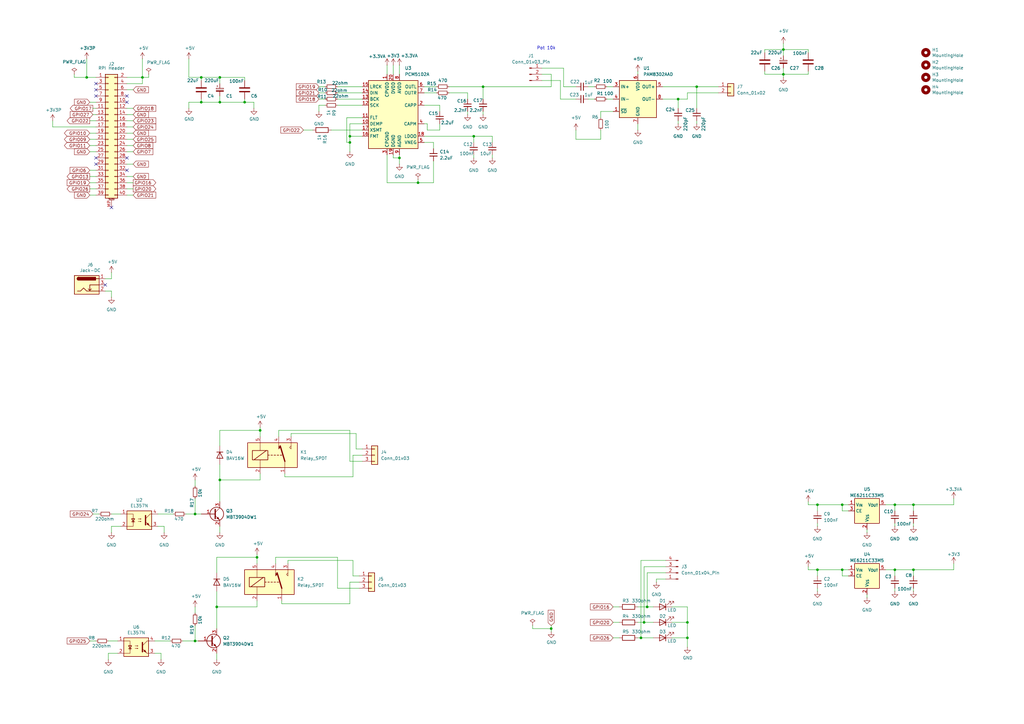
<source format=kicad_sch>
(kicad_sch
	(version 20231120)
	(generator "eeschema")
	(generator_version "8.0")
	(uuid "9554295f-11ef-4a0c-a391-c9547a05a578")
	(paper "A3")
	(title_block
		(title "ESGF_BANBEL")
		(date "2024-12-05")
		(rev "V1.01")
		(company "SweProj.com")
	)
	
	(junction
		(at 262.89 261.62)
		(diameter 0)
		(color 0 0 0 0)
		(uuid "04058832-13b6-47ff-9426-58d293a560ef")
	)
	(junction
		(at 143.51 58.42)
		(diameter 0)
		(color 0 0 0 0)
		(uuid "0b795930-dc22-4056-b647-2d8868d9c120")
	)
	(junction
		(at 345.44 207.01)
		(diameter 0)
		(color 0 0 0 0)
		(uuid "0fa1b07b-2a00-4a12-ba94-27959a3418eb")
	)
	(junction
		(at 281.94 261.62)
		(diameter 0)
		(color 0 0 0 0)
		(uuid "1cdfb139-e409-45cb-9179-8675e43b2a9e")
	)
	(junction
		(at 90.17 41.91)
		(diameter 0)
		(color 0 0 0 0)
		(uuid "288bc1ec-cdd9-4db0-8407-8ecf9939529b")
	)
	(junction
		(at 58.42 31.75)
		(diameter 0)
		(color 0 0 0 0)
		(uuid "290e1095-8d2e-442f-80e9-0f803f0377f2")
	)
	(junction
		(at 90.17 196.85)
		(diameter 0)
		(color 0 0 0 0)
		(uuid "3275b3af-d045-4c66-8909-ab4954a1b3c6")
	)
	(junction
		(at 198.12 35.56)
		(diameter 0)
		(color 0 0 0 0)
		(uuid "37ba28d6-fa1f-4134-9b1b-cdee6010796c")
	)
	(junction
		(at 88.9 248.92)
		(diameter 0)
		(color 0 0 0 0)
		(uuid "3c4c424f-32ea-490a-9c67-0c66327fcc4d")
	)
	(junction
		(at 105.41 228.6)
		(diameter 0)
		(color 0 0 0 0)
		(uuid "3dd05fea-782e-42ad-8a7a-4c44bbdf45cb")
	)
	(junction
		(at 374.65 233.68)
		(diameter 0)
		(color 0 0 0 0)
		(uuid "3e3325c3-5cee-4093-b223-0a79b83e9ff3")
	)
	(junction
		(at 285.75 35.56)
		(diameter 0)
		(color 0 0 0 0)
		(uuid "3eda4361-6014-452a-9583-0c22cab7a2f3")
	)
	(junction
		(at 278.13 40.64)
		(diameter 0)
		(color 0 0 0 0)
		(uuid "4ef77cb8-5416-4040-9f0b-c57f5794d834")
	)
	(junction
		(at 194.31 55.88)
		(diameter 0)
		(color 0 0 0 0)
		(uuid "508d66b6-3dc5-4cc0-b240-cb8c8cb94a0c")
	)
	(junction
		(at 143.51 55.88)
		(diameter 0)
		(color 0 0 0 0)
		(uuid "5529cf5e-f159-4678-8d83-43b4c836b108")
	)
	(junction
		(at 171.45 74.93)
		(diameter 0)
		(color 0 0 0 0)
		(uuid "60011f0f-7c05-43ba-98a5-87495cb6bf5f")
	)
	(junction
		(at 281.94 255.27)
		(diameter 0)
		(color 0 0 0 0)
		(uuid "616945a1-3db1-44d2-a191-9a322055b196")
	)
	(junction
		(at 367.03 233.68)
		(diameter 0)
		(color 0 0 0 0)
		(uuid "6a1fc9a3-ca39-49fa-a566-45594c456405")
	)
	(junction
		(at 80.01 262.89)
		(diameter 0)
		(color 0 0 0 0)
		(uuid "6a84aa71-bacc-442a-97a2-1182a518f749")
	)
	(junction
		(at 226.06 257.81)
		(diameter 0)
		(color 0 0 0 0)
		(uuid "77d6856c-62fd-469d-982b-afdd46674189")
	)
	(junction
		(at 90.17 31.75)
		(diameter 0)
		(color 0 0 0 0)
		(uuid "7a34921e-dc5c-4711-a248-7a3844f10efa")
	)
	(junction
		(at 163.83 64.77)
		(diameter 0)
		(color 0 0 0 0)
		(uuid "7dc6f40e-0ee3-4f88-8314-c1c29dbd5e87")
	)
	(junction
		(at 35.56 31.75)
		(diameter 0)
		(color 0 0 0 0)
		(uuid "7f2436c8-2eeb-4046-9915-d62e6aa41b9f")
	)
	(junction
		(at 106.68 176.53)
		(diameter 0)
		(color 0 0 0 0)
		(uuid "870e027c-5daf-4268-bfc2-e06825038c99")
	)
	(junction
		(at 264.16 255.27)
		(diameter 0)
		(color 0 0 0 0)
		(uuid "9dacce5e-8762-49d7-bbd4-a271c343f4ce")
	)
	(junction
		(at 335.28 233.68)
		(diameter 0)
		(color 0 0 0 0)
		(uuid "a265b5e4-edef-414d-a724-6cf3ef69893a")
	)
	(junction
		(at 321.31 20.32)
		(diameter 0)
		(color 0 0 0 0)
		(uuid "a3f399f2-cd8f-43aa-ae03-610e50b953e7")
	)
	(junction
		(at 82.55 31.75)
		(diameter 0)
		(color 0 0 0 0)
		(uuid "a9cf12cd-52bf-4f9f-94ce-972c42ce712b")
	)
	(junction
		(at 82.55 41.91)
		(diameter 0)
		(color 0 0 0 0)
		(uuid "ab2ac506-3b0f-4237-a82e-1953b49aff1c")
	)
	(junction
		(at 100.33 41.91)
		(diameter 0)
		(color 0 0 0 0)
		(uuid "b10ea619-9cb7-4e4d-9957-f034d9037395")
	)
	(junction
		(at 321.31 30.48)
		(diameter 0)
		(color 0 0 0 0)
		(uuid "cfaeb25a-0f8e-4caa-8e59-7a1770355fac")
	)
	(junction
		(at 335.28 207.01)
		(diameter 0)
		(color 0 0 0 0)
		(uuid "d0eadb93-6dc1-4a28-87e6-ab22784b2f9c")
	)
	(junction
		(at 345.44 233.68)
		(diameter 0)
		(color 0 0 0 0)
		(uuid "d6a4f90f-1981-4105-b300-37c9c0fa8868")
	)
	(junction
		(at 265.43 248.92)
		(diameter 0)
		(color 0 0 0 0)
		(uuid "e48b2c25-c09a-4d32-b13a-3fb345e51f96")
	)
	(junction
		(at 80.01 210.82)
		(diameter 0)
		(color 0 0 0 0)
		(uuid "e93fd15e-576b-4acf-85bc-36edd26e059d")
	)
	(junction
		(at 374.65 207.01)
		(diameter 0)
		(color 0 0 0 0)
		(uuid "ef4b97cc-95e4-4056-baca-376e6e204f35")
	)
	(junction
		(at 367.03 207.01)
		(diameter 0)
		(color 0 0 0 0)
		(uuid "f04576b9-cec8-44b9-b72a-6827ee03dff9")
	)
	(no_connect
		(at 52.07 41.91)
		(uuid "042e9436-7064-4e3b-a513-45e1e65bad2e")
	)
	(no_connect
		(at 52.07 39.37)
		(uuid "1b2ab878-5ea5-4ece-aa89-c07f3823ff0a")
	)
	(no_connect
		(at 39.37 34.29)
		(uuid "1fdea2f0-c797-44cb-b7cb-c9263113ad88")
	)
	(no_connect
		(at 39.37 39.37)
		(uuid "20dd9c7f-9773-486d-b049-9e7672212a48")
	)
	(no_connect
		(at 39.37 67.31)
		(uuid "540c99fd-24c4-4aa1-aa7f-2476b9f17a76")
	)
	(no_connect
		(at 52.07 64.77)
		(uuid "5c3f3d81-cdaa-44d1-b274-062dc156080b")
	)
	(no_connect
		(at 52.07 69.85)
		(uuid "67112b10-3658-4b98-929f-a1198df4b725")
	)
	(no_connect
		(at 39.37 64.77)
		(uuid "d0859326-b9b0-4c3e-89aa-40a190f15f81")
	)
	(no_connect
		(at 39.37 36.83)
		(uuid "dd75fc0c-0e10-44a0-bad2-183804387f44")
	)
	(no_connect
		(at 45.72 85.09)
		(uuid "f5448ad3-df4e-4f91-acf3-388597787b44")
	)
	(no_connect
		(at 43.18 116.84)
		(uuid "f72bba1c-49c6-4bf9-8479-4828d4b73e75")
	)
	(wire
		(pts
			(xy 194.31 55.88) (xy 201.93 55.88)
		)
		(stroke
			(width 0)
			(type default)
		)
		(uuid "001e51f1-a4ed-40ef-ad4e-7da200e2136b")
	)
	(wire
		(pts
			(xy 105.41 227.33) (xy 105.41 228.6)
		)
		(stroke
			(width 0)
			(type default)
		)
		(uuid "00ca800a-c9e0-48d3-88e4-f2411c5c12b1")
	)
	(wire
		(pts
			(xy 144.78 186.69) (xy 144.78 195.58)
		)
		(stroke
			(width 0)
			(type default)
		)
		(uuid "00f8e191-7104-4ee8-a5e2-256be40b0bda")
	)
	(wire
		(pts
			(xy 119.38 179.07) (xy 119.38 177.8)
		)
		(stroke
			(width 0)
			(type default)
		)
		(uuid "02451390-5093-489c-9452-bffe6b48e33d")
	)
	(wire
		(pts
			(xy 335.28 209.55) (xy 335.28 207.01)
		)
		(stroke
			(width 0)
			(type default)
		)
		(uuid "02865264-f98e-4324-a59c-3c58a6bfc6ec")
	)
	(wire
		(pts
			(xy 90.17 196.85) (xy 106.68 196.85)
		)
		(stroke
			(width 0)
			(type default)
		)
		(uuid "0363fd00-e9fd-43dc-9aba-80a55554ea69")
	)
	(wire
		(pts
			(xy 45.72 210.82) (xy 49.53 210.82)
		)
		(stroke
			(width 0)
			(type default)
		)
		(uuid "038840ea-8b07-4e33-b832-2db97da7b2e5")
	)
	(wire
		(pts
			(xy 142.24 58.42) (xy 143.51 58.42)
		)
		(stroke
			(width 0)
			(type default)
		)
		(uuid "038fded2-b709-499c-ba48-e03f5f41a1f9")
	)
	(wire
		(pts
			(xy 264.16 255.27) (xy 264.16 232.41)
		)
		(stroke
			(width 0)
			(type default)
		)
		(uuid "04b59a57-1b7d-4cc1-aa79-8c8c86a22ab8")
	)
	(wire
		(pts
			(xy 226.06 257.81) (xy 226.06 259.08)
		)
		(stroke
			(width 0)
			(type default)
		)
		(uuid "04ed096d-e34b-4fac-9e9c-890af787b3ca")
	)
	(wire
		(pts
			(xy 231.14 27.94) (xy 222.25 27.94)
		)
		(stroke
			(width 0)
			(type default)
		)
		(uuid "06ee3cdb-03b6-446f-9dc6-f3dad957bb14")
	)
	(wire
		(pts
			(xy 52.07 59.69) (xy 54.61 59.69)
		)
		(stroke
			(width 0)
			(type default)
		)
		(uuid "08369142-b856-4e01-a554-e7dddaf0f7ac")
	)
	(wire
		(pts
			(xy 269.24 238.76) (xy 269.24 237.49)
		)
		(stroke
			(width 0)
			(type default)
		)
		(uuid "08afab01-e37f-4cfc-9ff6-f81b053514da")
	)
	(wire
		(pts
			(xy 335.28 207.01) (xy 345.44 207.01)
		)
		(stroke
			(width 0)
			(type default)
		)
		(uuid "0a02b8c2-5ce2-4688-b6a2-c4509636dd2b")
	)
	(wire
		(pts
			(xy 335.28 241.3) (xy 335.28 242.57)
		)
		(stroke
			(width 0)
			(type default)
		)
		(uuid "0b261709-6b3b-403d-8098-00abcc735df1")
	)
	(wire
		(pts
			(xy 36.83 62.23) (xy 39.37 62.23)
		)
		(stroke
			(width 0)
			(type default)
		)
		(uuid "0b60e137-286c-4d9c-8194-93b68afbc4e1")
	)
	(wire
		(pts
			(xy 355.6 243.84) (xy 355.6 245.11)
		)
		(stroke
			(width 0)
			(type default)
		)
		(uuid "0c8b709c-4c0e-47b6-9ca8-dfa60a4a11c2")
	)
	(wire
		(pts
			(xy 321.31 20.32) (xy 321.31 22.86)
		)
		(stroke
			(width 0)
			(type default)
		)
		(uuid "0d1906d2-cff9-4354-b6b7-4eaffb2ef72d")
	)
	(wire
		(pts
			(xy 363.22 233.68) (xy 367.03 233.68)
		)
		(stroke
			(width 0)
			(type default)
		)
		(uuid "0e131992-2358-436a-a3a3-353b912eeebd")
	)
	(wire
		(pts
			(xy 173.99 35.56) (xy 179.07 35.56)
		)
		(stroke
			(width 0)
			(type default)
		)
		(uuid "11669942-09c4-4f1b-b326-d1f69e62134e")
	)
	(wire
		(pts
			(xy 36.83 54.61) (xy 39.37 54.61)
		)
		(stroke
			(width 0)
			(type default)
		)
		(uuid "1568a092-3886-473a-b0be-7d01e496a552")
	)
	(wire
		(pts
			(xy 161.29 26.67) (xy 161.29 30.48)
		)
		(stroke
			(width 0)
			(type default)
		)
		(uuid "1571dfd2-f17b-4599-9594-8b924e113040")
	)
	(wire
		(pts
			(xy 321.31 27.94) (xy 321.31 30.48)
		)
		(stroke
			(width 0)
			(type default)
		)
		(uuid "16c3306b-8954-4af7-b64f-196d5c27d72a")
	)
	(wire
		(pts
			(xy 106.68 175.26) (xy 106.68 176.53)
		)
		(stroke
			(width 0)
			(type default)
		)
		(uuid "19a5b147-7229-4252-aaf6-4dea39fceea2")
	)
	(wire
		(pts
			(xy 82.55 41.91) (xy 77.47 41.91)
		)
		(stroke
			(width 0)
			(type default)
		)
		(uuid "1abb8fb2-5f09-47d4-847c-3a4d701a7e6a")
	)
	(wire
		(pts
			(xy 138.43 38.1) (xy 148.59 38.1)
		)
		(stroke
			(width 0)
			(type default)
		)
		(uuid "1bafdfcc-6d82-41e0-b63a-82bdcec02e29")
	)
	(wire
		(pts
			(xy 90.17 176.53) (xy 106.68 176.53)
		)
		(stroke
			(width 0)
			(type default)
		)
		(uuid "1ce61a7f-658c-4144-954a-c24514b1d901")
	)
	(wire
		(pts
			(xy 146.05 184.15) (xy 148.59 184.15)
		)
		(stroke
			(width 0)
			(type default)
		)
		(uuid "1f691c1c-b32a-4749-8795-8508ef08e5a8")
	)
	(wire
		(pts
			(xy 113.03 228.6) (xy 138.43 228.6)
		)
		(stroke
			(width 0)
			(type default)
		)
		(uuid "20a149e4-237a-4108-8970-0c6536522e91")
	)
	(wire
		(pts
			(xy 116.84 194.31) (xy 116.84 195.58)
		)
		(stroke
			(width 0)
			(type default)
		)
		(uuid "22740182-dcc0-432d-b279-01b60fe9f102")
	)
	(wire
		(pts
			(xy 143.51 55.88) (xy 143.51 58.42)
		)
		(stroke
			(width 0)
			(type default)
		)
		(uuid "22b060fd-db90-4a85-915d-08e696ad2192")
	)
	(wire
		(pts
			(xy 106.68 176.53) (xy 106.68 179.07)
		)
		(stroke
			(width 0)
			(type default)
		)
		(uuid "22b7b11d-7136-4380-8b71-9858182438c0")
	)
	(wire
		(pts
			(xy 251.46 261.62) (xy 254 261.62)
		)
		(stroke
			(width 0)
			(type default)
		)
		(uuid "244ce631-9b17-4c5b-9ccb-23fae942f831")
	)
	(wire
		(pts
			(xy 45.72 215.9) (xy 45.72 218.44)
		)
		(stroke
			(width 0)
			(type default)
		)
		(uuid "247aa5e8-7898-450e-97fd-2b8629e89de6")
	)
	(wire
		(pts
			(xy 52.07 57.15) (xy 54.61 57.15)
		)
		(stroke
			(width 0)
			(type default)
		)
		(uuid "26138a2d-7901-4148-8618-b673e982bc63")
	)
	(wire
		(pts
			(xy 90.17 196.85) (xy 90.17 205.74)
		)
		(stroke
			(width 0)
			(type default)
		)
		(uuid "2669135e-bbc1-4abb-a61f-ae6d32c88edd")
	)
	(wire
		(pts
			(xy 275.59 248.92) (xy 281.94 248.92)
		)
		(stroke
			(width 0)
			(type default)
		)
		(uuid "26dc2eb6-3e7e-4b9e-b101-108b5ed9a27f")
	)
	(wire
		(pts
			(xy 80.01 210.82) (xy 82.55 210.82)
		)
		(stroke
			(width 0)
			(type default)
		)
		(uuid "27a8d9c5-6290-4b5c-b6b2-5675c93bdae7")
	)
	(wire
		(pts
			(xy 77.47 31.75) (xy 82.55 31.75)
		)
		(stroke
			(width 0)
			(type default)
		)
		(uuid "2890d301-5051-4606-bfd6-79541416c50e")
	)
	(wire
		(pts
			(xy 281.94 40.64) (xy 281.94 38.1)
		)
		(stroke
			(width 0)
			(type default)
		)
		(uuid "28c822b5-da1d-4f00-9960-3465d1140b5f")
	)
	(wire
		(pts
			(xy 374.65 214.63) (xy 374.65 215.9)
		)
		(stroke
			(width 0)
			(type default)
		)
		(uuid "2b7304b8-adf4-44a3-99d4-e560d3e388c3")
	)
	(wire
		(pts
			(xy 66.04 267.97) (xy 66.04 270.51)
		)
		(stroke
			(width 0)
			(type default)
		)
		(uuid "2ba12cd8-1e67-472b-b87c-696d756a1b74")
	)
	(wire
		(pts
			(xy 36.83 59.69) (xy 39.37 59.69)
		)
		(stroke
			(width 0)
			(type default)
		)
		(uuid "2bd6527e-f57b-4d17-b787-3512aed42302")
	)
	(wire
		(pts
			(xy 335.28 214.63) (xy 335.28 215.9)
		)
		(stroke
			(width 0)
			(type default)
		)
		(uuid "2db652d7-ed95-4470-9ead-ea72aa34ef06")
	)
	(wire
		(pts
			(xy 43.18 119.38) (xy 45.72 119.38)
		)
		(stroke
			(width 0)
			(type default)
		)
		(uuid "2f471706-7edb-46c8-9d20-3c5eada9c2b0")
	)
	(wire
		(pts
			(xy 113.03 231.14) (xy 113.03 228.6)
		)
		(stroke
			(width 0)
			(type default)
		)
		(uuid "2f707f7c-af2f-4155-8f88-37cbd53e93f1")
	)
	(wire
		(pts
			(xy 52.07 49.53) (xy 54.61 49.53)
		)
		(stroke
			(width 0)
			(type default)
		)
		(uuid "2f9537a2-ca83-4d2c-9484-5e3bd9a5f535")
	)
	(wire
		(pts
			(xy 347.98 233.68) (xy 345.44 233.68)
		)
		(stroke
			(width 0)
			(type default)
		)
		(uuid "31c4f56a-4406-4950-a1e4-12fc32bb580e")
	)
	(wire
		(pts
			(xy 367.03 207.01) (xy 367.03 209.55)
		)
		(stroke
			(width 0)
			(type default)
		)
		(uuid "327ffc82-2fca-4d66-bba4-0db65927c97e")
	)
	(wire
		(pts
			(xy 374.65 233.68) (xy 374.65 236.22)
		)
		(stroke
			(width 0)
			(type default)
		)
		(uuid "36d6b94f-a6b9-4423-9c31-8769d39ff7de")
	)
	(wire
		(pts
			(xy 281.94 248.92) (xy 281.94 255.27)
		)
		(stroke
			(width 0)
			(type default)
		)
		(uuid "376a6c37-19cc-4810-9eb3-4f5002c10e13")
	)
	(wire
		(pts
			(xy 321.31 30.48) (xy 321.31 31.75)
		)
		(stroke
			(width 0)
			(type default)
		)
		(uuid "37d5a76c-c651-4ac8-a5e3-46c2c2bfa8a0")
	)
	(wire
		(pts
			(xy 76.2 210.82) (xy 80.01 210.82)
		)
		(stroke
			(width 0)
			(type default)
		)
		(uuid "38ec4d88-c26d-49d0-afe9-4eda3d74d1da")
	)
	(wire
		(pts
			(xy 38.1 210.82) (xy 40.64 210.82)
		)
		(stroke
			(width 0)
			(type default)
		)
		(uuid "39bade24-2f39-4e82-9ecf-3c958025b0c5")
	)
	(wire
		(pts
			(xy 90.17 190.5) (xy 90.17 196.85)
		)
		(stroke
			(width 0)
			(type default)
		)
		(uuid "3a9b7cb6-6d21-4f80-be27-99b6784813b8")
	)
	(wire
		(pts
			(xy 163.83 64.77) (xy 163.83 67.31)
		)
		(stroke
			(width 0)
			(type default)
		)
		(uuid "3abf3b66-aee6-4455-9760-11ad20149b3e")
	)
	(wire
		(pts
			(xy 173.99 55.88) (xy 194.31 55.88)
		)
		(stroke
			(width 0)
			(type default)
		)
		(uuid "3c950c12-65da-4807-a814-1aa582c942cb")
	)
	(wire
		(pts
			(xy 198.12 45.72) (xy 198.12 46.99)
		)
		(stroke
			(width 0)
			(type default)
		)
		(uuid "3dc01ae2-42ab-48fe-8bea-683dbd1078b1")
	)
	(wire
		(pts
			(xy 90.17 31.75) (xy 100.33 31.75)
		)
		(stroke
			(width 0)
			(type default)
		)
		(uuid "3ff5922d-e067-4dba-98f0-330c602e180c")
	)
	(wire
		(pts
			(xy 52.07 74.93) (xy 54.61 74.93)
		)
		(stroke
			(width 0)
			(type default)
		)
		(uuid "40de4661-ca8a-4868-91f3-f054346dd00d")
	)
	(wire
		(pts
			(xy 77.47 41.91) (xy 77.47 44.45)
		)
		(stroke
			(width 0)
			(type default)
		)
		(uuid "40f07543-9760-4d98-b987-1ac12de579d8")
	)
	(wire
		(pts
			(xy 36.83 49.53) (xy 39.37 49.53)
		)
		(stroke
			(width 0)
			(type default)
		)
		(uuid "43ba5ffb-3572-4faa-b705-adc0a413c08a")
	)
	(wire
		(pts
			(xy 38.1 46.99) (xy 39.37 46.99)
		)
		(stroke
			(width 0)
			(type default)
		)
		(uuid "43dc7f93-e017-4eca-bcde-bb1a3bc2fc0b")
	)
	(wire
		(pts
			(xy 367.03 207.01) (xy 374.65 207.01)
		)
		(stroke
			(width 0)
			(type default)
		)
		(uuid "44299c7e-afad-4db8-befb-9be61a274242")
	)
	(wire
		(pts
			(xy 321.31 30.48) (xy 331.47 30.48)
		)
		(stroke
			(width 0)
			(type default)
		)
		(uuid "447ae51c-0cb6-4dc6-a618-6e3414237490")
	)
	(wire
		(pts
			(xy 148.59 48.26) (xy 142.24 48.26)
		)
		(stroke
			(width 0)
			(type default)
		)
		(uuid "45207781-1a19-4640-b335-f968e225d293")
	)
	(wire
		(pts
			(xy 115.57 247.65) (xy 143.51 247.65)
		)
		(stroke
			(width 0)
			(type default)
		)
		(uuid "45febf63-c2cf-4c52-a12d-db81fdfc8349")
	)
	(wire
		(pts
			(xy 374.65 207.01) (xy 391.16 207.01)
		)
		(stroke
			(width 0)
			(type default)
		)
		(uuid "46440bb1-7c9c-4635-b4d5-90d36f31172f")
	)
	(wire
		(pts
			(xy 201.93 63.5) (xy 201.93 64.77)
		)
		(stroke
			(width 0)
			(type default)
		)
		(uuid "473e4fba-bcc8-4540-8ea9-84e5bb3d5cdc")
	)
	(wire
		(pts
			(xy 347.98 207.01) (xy 345.44 207.01)
		)
		(stroke
			(width 0)
			(type default)
		)
		(uuid "47be9302-a903-4a0c-a2ff-d2fe54b4f5d8")
	)
	(wire
		(pts
			(xy 158.75 26.67) (xy 158.75 30.48)
		)
		(stroke
			(width 0)
			(type default)
		)
		(uuid "47c849ae-b4a4-4036-8f8a-927483c469ec")
	)
	(wire
		(pts
			(xy 143.51 238.76) (xy 147.32 238.76)
		)
		(stroke
			(width 0)
			(type default)
		)
		(uuid "4820413f-88d2-4c8a-9cad-ebe87b37e3f2")
	)
	(wire
		(pts
			(xy 21.59 52.07) (xy 39.37 52.07)
		)
		(stroke
			(width 0)
			(type default)
		)
		(uuid "494222a0-e4f5-4dc0-8c6b-ab202e6f7c7b")
	)
	(wire
		(pts
			(xy 194.31 63.5) (xy 194.31 64.77)
		)
		(stroke
			(width 0)
			(type default)
		)
		(uuid "4a5374bc-1aef-40c7-971a-ceb151a831ab")
	)
	(wire
		(pts
			(xy 246.38 45.72) (xy 251.46 45.72)
		)
		(stroke
			(width 0)
			(type default)
		)
		(uuid "4c01bfee-7873-44b5-944d-c339704d19af")
	)
	(wire
		(pts
			(xy 198.12 35.56) (xy 198.12 40.64)
		)
		(stroke
			(width 0)
			(type default)
		)
		(uuid "4c3d77f3-c962-4b62-8e34-e9b58cf47dae")
	)
	(wire
		(pts
			(xy 90.17 182.88) (xy 90.17 176.53)
		)
		(stroke
			(width 0)
			(type default)
		)
		(uuid "4c4a42e5-a8ad-4aa4-a23e-321e1e640407")
	)
	(wire
		(pts
			(xy 88.9 234.95) (xy 88.9 228.6)
		)
		(stroke
			(width 0)
			(type default)
		)
		(uuid "4e28a680-5202-4749-bc3e-4d7289296a7e")
	)
	(wire
		(pts
			(xy 138.43 40.64) (xy 148.59 40.64)
		)
		(stroke
			(width 0)
			(type default)
		)
		(uuid "50e600e7-cf49-466e-bbc3-c86ba2561031")
	)
	(wire
		(pts
			(xy 80.01 256.54) (xy 80.01 262.89)
		)
		(stroke
			(width 0)
			(type default)
		)
		(uuid "5104ab96-6def-4bce-b9f2-875219f85e10")
	)
	(wire
		(pts
			(xy 175.26 50.8) (xy 175.26 53.34)
		)
		(stroke
			(width 0)
			(type default)
		)
		(uuid "510d08fd-7e3f-4471-be10-fe5aec20de02")
	)
	(wire
		(pts
			(xy 36.83 69.85) (xy 39.37 69.85)
		)
		(stroke
			(width 0)
			(type default)
		)
		(uuid "524bdf6b-4b90-4672-93b5-bedf285b2746")
	)
	(wire
		(pts
			(xy 271.78 40.64) (xy 278.13 40.64)
		)
		(stroke
			(width 0)
			(type default)
		)
		(uuid "52fbcb69-1182-4720-887f-3e1f0132c20b")
	)
	(wire
		(pts
			(xy 36.83 80.01) (xy 39.37 80.01)
		)
		(stroke
			(width 0)
			(type default)
		)
		(uuid "536cce8a-4e32-493b-a9b8-0f42a031788c")
	)
	(wire
		(pts
			(xy 265.43 248.92) (xy 265.43 234.95)
		)
		(stroke
			(width 0)
			(type default)
		)
		(uuid "537389b2-0506-4f9f-bfd8-0d341bf84b7d")
	)
	(wire
		(pts
			(xy 30.48 30.48) (xy 30.48 31.75)
		)
		(stroke
			(width 0)
			(type default)
		)
		(uuid "538dbc69-8313-421c-8bb6-2195e8bfd404")
	)
	(wire
		(pts
			(xy 143.51 55.88) (xy 148.59 55.88)
		)
		(stroke
			(width 0)
			(type default)
		)
		(uuid "5443e757-22a3-4068-85cb-58edea1ab4c8")
	)
	(wire
		(pts
			(xy 88.9 248.92) (xy 105.41 248.92)
		)
		(stroke
			(width 0)
			(type default)
		)
		(uuid "55bb4569-4797-4b78-b9a3-7fa8bd3a7425")
	)
	(wire
		(pts
			(xy 163.83 26.67) (xy 163.83 30.48)
		)
		(stroke
			(width 0)
			(type default)
		)
		(uuid "55e222ad-3f0d-41fd-a832-4409ef4559d1")
	)
	(wire
		(pts
			(xy 278.13 40.64) (xy 278.13 44.45)
		)
		(stroke
			(width 0)
			(type default)
		)
		(uuid "56b79241-f996-457b-864a-69f5e6028291")
	)
	(wire
		(pts
			(xy 229.87 40.64) (xy 236.22 40.64)
		)
		(stroke
			(width 0)
			(type default)
		)
		(uuid "56e44397-0232-41e8-b531-b08c1e66902b")
	)
	(wire
		(pts
			(xy 281.94 261.62) (xy 281.94 265.43)
		)
		(stroke
			(width 0)
			(type default)
		)
		(uuid "56f0645a-5c85-4935-b7bc-29a9fc4953a2")
	)
	(wire
		(pts
			(xy 374.65 207.01) (xy 374.65 209.55)
		)
		(stroke
			(width 0)
			(type default)
		)
		(uuid "59631e52-7a35-4465-9f01-248b1f49fe0f")
	)
	(wire
		(pts
			(xy 52.07 44.45) (xy 54.61 44.45)
		)
		(stroke
			(width 0)
			(type default)
		)
		(uuid "5a7b6d5b-d022-4b66-a6ba-3406a5ca43bb")
	)
	(wire
		(pts
			(xy 82.55 41.91) (xy 90.17 41.91)
		)
		(stroke
			(width 0)
			(type default)
		)
		(uuid "5a9741e2-1c40-4b93-8897-1eba8fca8a7e")
	)
	(wire
		(pts
			(xy 285.75 49.53) (xy 285.75 50.8)
		)
		(stroke
			(width 0)
			(type default)
		)
		(uuid "5a9d411d-d33e-4239-9ee0-7d955db2222e")
	)
	(wire
		(pts
			(xy 80.01 262.89) (xy 81.28 262.89)
		)
		(stroke
			(width 0)
			(type default)
		)
		(uuid "5a9ebcc9-7344-49c6-8688-715228a482a6")
	)
	(wire
		(pts
			(xy 130.81 43.18) (xy 133.35 43.18)
		)
		(stroke
			(width 0)
			(type default)
		)
		(uuid "5cb299b0-a673-4ad9-9962-232e280263e8")
	)
	(wire
		(pts
			(xy 44.45 267.97) (xy 48.26 267.97)
		)
		(stroke
			(width 0)
			(type default)
		)
		(uuid "5e8c70ab-5905-4d20-a393-8cf6c0230e04")
	)
	(wire
		(pts
			(xy 226.06 256.54) (xy 226.06 257.81)
		)
		(stroke
			(width 0)
			(type default)
		)
		(uuid "601b7fc4-70bc-4670-9233-0ba028cd4be5")
	)
	(wire
		(pts
			(xy 119.38 177.8) (xy 146.05 177.8)
		)
		(stroke
			(width 0)
			(type default)
		)
		(uuid "61368779-0875-45d9-aa60-b377e77d3ee4")
	)
	(wire
		(pts
			(xy 171.45 73.66) (xy 171.45 74.93)
		)
		(stroke
			(width 0)
			(type default)
		)
		(uuid "613e1426-7890-4d1f-84d0-46dc28329648")
	)
	(wire
		(pts
			(xy 248.92 35.56) (xy 251.46 35.56)
		)
		(stroke
			(width 0)
			(type default)
		)
		(uuid "615dd50e-2bb7-4a6a-b528-53c398d932e8")
	)
	(wire
		(pts
			(xy 198.12 35.56) (xy 226.06 35.56)
		)
		(stroke
			(width 0)
			(type default)
		)
		(uuid "61c16e04-91fc-44b8-bf07-6b94e5bedf51")
	)
	(wire
		(pts
			(xy 158.75 63.5) (xy 158.75 74.93)
		)
		(stroke
			(width 0)
			(type default)
		)
		(uuid "624eb704-f032-4486-9769-67c7b9a5d04e")
	)
	(wire
		(pts
			(xy 138.43 43.18) (xy 148.59 43.18)
		)
		(stroke
			(width 0)
			(type default)
		)
		(uuid "626d151a-a436-43f6-a503-c42702132d88")
	)
	(wire
		(pts
			(xy 313.69 20.32) (xy 321.31 20.32)
		)
		(stroke
			(width 0)
			(type default)
		)
		(uuid "62e66c44-f6ed-4893-a5fa-c83c3cd34c3f")
	)
	(wire
		(pts
			(xy 52.07 62.23) (xy 54.61 62.23)
		)
		(stroke
			(width 0)
			(type default)
		)
		(uuid "64bd7b40-ce93-40c5-9d8c-01ccb42e37b0")
	)
	(wire
		(pts
			(xy 177.8 58.42) (xy 177.8 60.96)
		)
		(stroke
			(width 0)
			(type default)
		)
		(uuid "65fb471d-bee7-4f02-a793-24261ac190a7")
	)
	(wire
		(pts
			(xy 143.51 50.8) (xy 148.59 50.8)
		)
		(stroke
			(width 0)
			(type default)
		)
		(uuid "664b555b-2f23-478a-b8ca-fb77e5f365c0")
	)
	(wire
		(pts
			(xy 45.72 215.9) (xy 49.53 215.9)
		)
		(stroke
			(width 0)
			(type default)
		)
		(uuid "68163138-7ca0-4567-80ac-082e3489e807")
	)
	(wire
		(pts
			(xy 143.51 50.8) (xy 143.51 55.88)
		)
		(stroke
			(width 0)
			(type default)
		)
		(uuid "6984d8de-b285-422c-b22a-a4481d84411c")
	)
	(wire
		(pts
			(xy 331.47 20.32) (xy 331.47 21.59)
		)
		(stroke
			(width 0)
			(type default)
		)
		(uuid "6a1c69cc-c3ba-4cf8-8e6f-580342205b99")
	)
	(wire
		(pts
			(xy 184.15 35.56) (xy 198.12 35.56)
		)
		(stroke
			(width 0)
			(type default)
		)
		(uuid "6a83127e-253b-42e5-9104-206c8ee49802")
	)
	(wire
		(pts
			(xy 142.24 48.26) (xy 142.24 58.42)
		)
		(stroke
			(width 0)
			(type default)
		)
		(uuid "6c237182-ceea-4b62-8b07-e609dd7c4953")
	)
	(wire
		(pts
			(xy 100.33 31.75) (xy 100.33 33.02)
		)
		(stroke
			(width 0)
			(type default)
		)
		(uuid "6eadfdce-cda7-4855-8cbf-637e543953fa")
	)
	(wire
		(pts
			(xy 118.11 231.14) (xy 118.11 229.87)
		)
		(stroke
			(width 0)
			(type default)
		)
		(uuid "6f2348c5-e2da-40d2-80b5-0037452ff2e5")
	)
	(wire
		(pts
			(xy 177.8 66.04) (xy 177.8 74.93)
		)
		(stroke
			(width 0)
			(type default)
		)
		(uuid "72ba4529-d5d7-4677-a6ae-1a3e1a9304d6")
	)
	(wire
		(pts
			(xy 82.55 31.75) (xy 90.17 31.75)
		)
		(stroke
			(width 0)
			(type default)
		)
		(uuid "7388e7e1-754b-4627-ab67-9eab332cfdc3")
	)
	(wire
		(pts
			(xy 36.83 41.91) (xy 39.37 41.91)
		)
		(stroke
			(width 0)
			(type default)
		)
		(uuid "73e082f9-f03e-4f18-adbe-c18cab25293a")
	)
	(wire
		(pts
			(xy 265.43 234.95) (xy 273.05 234.95)
		)
		(stroke
			(width 0)
			(type default)
		)
		(uuid "74a9ddef-7fdd-41e2-b9ca-6be8909f8c24")
	)
	(wire
		(pts
			(xy 130.81 38.1) (xy 133.35 38.1)
		)
		(stroke
			(width 0)
			(type default)
		)
		(uuid "74dddbed-ba3a-41c9-89df-0d88e54f9ec0")
	)
	(wire
		(pts
			(xy 281.94 255.27) (xy 281.94 261.62)
		)
		(stroke
			(width 0)
			(type default)
		)
		(uuid "76c8067c-ba6b-4b8d-9906-28d27b08e2d2")
	)
	(wire
		(pts
			(xy 191.77 38.1) (xy 191.77 40.64)
		)
		(stroke
			(width 0)
			(type default)
		)
		(uuid "76d05352-2b62-4ce6-af6c-69564abd98bb")
	)
	(wire
		(pts
			(xy 45.72 114.3) (xy 45.72 111.76)
		)
		(stroke
			(width 0)
			(type default)
		)
		(uuid "785da9c1-5437-491c-9a3c-8f8c90dd41ae")
	)
	(wire
		(pts
			(xy 64.77 215.9) (xy 67.31 215.9)
		)
		(stroke
			(width 0)
			(type default)
		)
		(uuid "7881d8d9-3c33-4032-b194-a7666b7eb051")
	)
	(wire
		(pts
			(xy 63.5 267.97) (xy 66.04 267.97)
		)
		(stroke
			(width 0)
			(type default)
		)
		(uuid "78fe119a-dc1c-4c22-baa7-9b90e667d77b")
	)
	(wire
		(pts
			(xy 90.17 215.9) (xy 90.17 218.44)
		)
		(stroke
			(width 0)
			(type default)
		)
		(uuid "79f55a52-58b4-41eb-a788-4260c62462cd")
	)
	(wire
		(pts
			(xy 201.93 55.88) (xy 201.93 58.42)
		)
		(stroke
			(width 0)
			(type default)
		)
		(uuid "7ad46c6c-70e0-4bdb-84b7-f567e341e10e")
	)
	(wire
		(pts
			(xy 271.78 35.56) (xy 285.75 35.56)
		)
		(stroke
			(width 0)
			(type default)
		)
		(uuid "7ae6bc9d-7c25-41df-9b59-b0b6630ec1ac")
	)
	(wire
		(pts
			(xy 158.75 74.93) (xy 171.45 74.93)
		)
		(stroke
			(width 0)
			(type default)
		)
		(uuid "7b25b608-714c-42b8-9ef8-4d18c7e5f936")
	)
	(wire
		(pts
			(xy 118.11 229.87) (xy 144.78 229.87)
		)
		(stroke
			(width 0)
			(type default)
		)
		(uuid "7c06d571-6b06-4deb-9ce5-10067f3ac3d5")
	)
	(wire
		(pts
			(xy 226.06 30.48) (xy 222.25 30.48)
		)
		(stroke
			(width 0)
			(type default)
		)
		(uuid "7eb06337-0b31-4b49-98a2-3728b703863b")
	)
	(wire
		(pts
			(xy 331.47 232.41) (xy 331.47 233.68)
		)
		(stroke
			(width 0)
			(type default)
		)
		(uuid "80626b3c-188b-43db-a1c2-af1a280f5412")
	)
	(wire
		(pts
			(xy 246.38 48.26) (xy 246.38 45.72)
		)
		(stroke
			(width 0)
			(type default)
		)
		(uuid "811ea2d9-75b6-4afb-86c8-3c122faa5778")
	)
	(wire
		(pts
			(xy 278.13 49.53) (xy 278.13 50.8)
		)
		(stroke
			(width 0)
			(type default)
		)
		(uuid "8297c48f-c579-45ed-b285-07afda4ff151")
	)
	(wire
		(pts
			(xy 180.34 43.18) (xy 180.34 45.72)
		)
		(stroke
			(width 0)
			(type default)
		)
		(uuid "830f9866-e8d5-4811-9135-175b95ef3775")
	)
	(wire
		(pts
			(xy 90.17 31.75) (xy 90.17 34.29)
		)
		(stroke
			(width 0)
			(type default)
		)
		(uuid "84aa2730-b8a6-4ebe-8b7e-2061b7712dd6")
	)
	(wire
		(pts
			(xy 261.62 261.62) (xy 262.89 261.62)
		)
		(stroke
			(width 0)
			(type default)
		)
		(uuid "858d4938-c023-4923-91e5-949ba4ca32f9")
	)
	(wire
		(pts
			(xy 138.43 241.3) (xy 147.32 241.3)
		)
		(stroke
			(width 0)
			(type default)
		)
		(uuid "85cc5535-5dff-4b7a-b800-06fcfb43345c")
	)
	(wire
		(pts
			(xy 135.89 53.34) (xy 148.59 53.34)
		)
		(stroke
			(width 0)
			(type default)
		)
		(uuid "866b558a-ad49-4ca9-b785-f86e2ca15722")
	)
	(wire
		(pts
			(xy 144.78 229.87) (xy 144.78 236.22)
		)
		(stroke
			(width 0)
			(type default)
		)
		(uuid "8705f8bc-1007-41ff-b07d-1b0c6eacaf6b")
	)
	(wire
		(pts
			(xy 100.33 41.91) (xy 100.33 40.64)
		)
		(stroke
			(width 0)
			(type default)
		)
		(uuid "871ec447-f4e5-400b-8c92-7d99f070db2d")
	)
	(wire
		(pts
			(xy 194.31 55.88) (xy 194.31 58.42)
		)
		(stroke
			(width 0)
			(type default)
		)
		(uuid "875c09dc-87e1-4963-97b8-381e28ca20a7")
	)
	(wire
		(pts
			(xy 367.03 214.63) (xy 367.03 215.9)
		)
		(stroke
			(width 0)
			(type default)
		)
		(uuid "8780ab9e-8dfd-4870-9e4a-804ef1e7e3a7")
	)
	(wire
		(pts
			(xy 64.77 210.82) (xy 71.12 210.82)
		)
		(stroke
			(width 0)
			(type default)
		)
		(uuid "8789eac3-ef83-446e-8305-80a2cb90ecbb")
	)
	(wire
		(pts
			(xy 90.17 39.37) (xy 90.17 41.91)
		)
		(stroke
			(width 0)
			(type default)
		)
		(uuid "87c1d4e1-4e78-4a51-b119-8674913f1176")
	)
	(wire
		(pts
			(xy 191.77 45.72) (xy 191.77 46.99)
		)
		(stroke
			(width 0)
			(type default)
		)
		(uuid "883fb918-b316-45d4-a357-1ebd2d2ec6e1")
	)
	(wire
		(pts
			(xy 163.83 63.5) (xy 163.83 64.77)
		)
		(stroke
			(width 0)
			(type default)
		)
		(uuid "88c8f8e5-c3aa-4db7-aaa6-198a5a1e62a7")
	)
	(wire
		(pts
			(xy 74.93 262.89) (xy 80.01 262.89)
		)
		(stroke
			(width 0)
			(type default)
		)
		(uuid "88eeb19b-7e25-4296-b190-c9f81c5102d7")
	)
	(wire
		(pts
			(xy 80.01 196.85) (xy 80.01 199.39)
		)
		(stroke
			(width 0)
			(type default)
		)
		(uuid "89403cb4-40cd-4fe2-bb89-df92a13c2238")
	)
	(wire
		(pts
			(xy 262.89 261.62) (xy 262.89 229.87)
		)
		(stroke
			(width 0)
			(type default)
		)
		(uuid "8a30ea29-cdb8-4016-bb95-83c2dcb84a3a")
	)
	(wire
		(pts
			(xy 313.69 30.48) (xy 321.31 30.48)
		)
		(stroke
			(width 0)
			(type default)
		)
		(uuid "8ca6313d-e5ee-4f0f-b157-9b528dcfcdfd")
	)
	(wire
		(pts
			(xy 143.51 176.53) (xy 143.51 189.23)
		)
		(stroke
			(width 0)
			(type default)
		)
		(uuid "8d418022-5ad2-4587-aaee-f049892133bb")
	)
	(wire
		(pts
			(xy 105.41 246.38) (xy 105.41 248.92)
		)
		(stroke
			(width 0)
			(type default)
		)
		(uuid "90b6d53d-35e2-452a-a887-d71e4f2515ab")
	)
	(wire
		(pts
			(xy 36.83 74.93) (xy 39.37 74.93)
		)
		(stroke
			(width 0)
			(type default)
		)
		(uuid "91d97033-ecbd-48aa-9ca5-328a90ec294c")
	)
	(wire
		(pts
			(xy 144.78 186.69) (xy 148.59 186.69)
		)
		(stroke
			(width 0)
			(type default)
		)
		(uuid "925cf9f3-ca05-42ff-8058-3457991983a9")
	)
	(wire
		(pts
			(xy 218.44 256.54) (xy 218.44 257.81)
		)
		(stroke
			(width 0)
			(type default)
		)
		(uuid "944df350-ae28-4a49-a2ed-7813ceff4a7f")
	)
	(wire
		(pts
			(xy 58.42 34.29) (xy 58.42 31.75)
		)
		(stroke
			(width 0)
			(type default)
		)
		(uuid "95919c20-f52b-4c62-a22c-58e556af9d21")
	)
	(wire
		(pts
			(xy 241.3 40.64) (xy 243.84 40.64)
		)
		(stroke
			(width 0)
			(type default)
		)
		(uuid "96045972-2433-4aba-b00f-92551d44a7e0")
	)
	(wire
		(pts
			(xy 63.5 262.89) (xy 69.85 262.89)
		)
		(stroke
			(width 0)
			(type default)
		)
		(uuid "96fb885c-4c6c-42cd-98ea-d22440046722")
	)
	(wire
		(pts
			(xy 52.07 46.99) (xy 54.61 46.99)
		)
		(stroke
			(width 0)
			(type default)
		)
		(uuid "97ea20eb-c7bf-43a5-a93e-4e8acd893a32")
	)
	(wire
		(pts
			(xy 35.56 31.75) (xy 35.56 24.13)
		)
		(stroke
			(width 0)
			(type default)
		)
		(uuid "99e78eaa-a9c8-4ec4-8fac-a578373a479f")
	)
	(wire
		(pts
			(xy 82.55 33.02) (xy 82.55 31.75)
		)
		(stroke
			(width 0)
			(type default)
		)
		(uuid "9a08691f-5e23-4275-bf1d-d86eab3cf2a5")
	)
	(wire
		(pts
			(xy 67.31 215.9) (xy 67.31 218.44)
		)
		(stroke
			(width 0)
			(type default)
		)
		(uuid "9a731d04-9f2c-4b41-9ad2-6f0d1f5c97fb")
	)
	(wire
		(pts
			(xy 175.26 53.34) (xy 180.34 53.34)
		)
		(stroke
			(width 0)
			(type default)
		)
		(uuid "9bbcec20-7937-4f13-99a1-96ae4da5f4a7")
	)
	(wire
		(pts
			(xy 285.75 35.56) (xy 285.75 44.45)
		)
		(stroke
			(width 0)
			(type default)
		)
		(uuid "9c91a5ee-fd51-4a81-8993-b9ae0ff1bb71")
	)
	(wire
		(pts
			(xy 36.83 72.39) (xy 39.37 72.39)
		)
		(stroke
			(width 0)
			(type default)
		)
		(uuid "9dacc33b-c6cd-4cd4-817c-c24672085e7d")
	)
	(wire
		(pts
			(xy 52.07 77.47) (xy 54.61 77.47)
		)
		(stroke
			(width 0)
			(type default)
		)
		(uuid "9e9398a0-a403-4319-b639-8a39505f4dd3")
	)
	(wire
		(pts
			(xy 52.07 36.83) (xy 54.61 36.83)
		)
		(stroke
			(width 0)
			(type default)
		)
		(uuid "9eb59968-d123-4708-8e3c-19ed924ef494")
	)
	(wire
		(pts
			(xy 313.69 21.59) (xy 313.69 20.32)
		)
		(stroke
			(width 0)
			(type default)
		)
		(uuid "9ee7c917-169f-43da-8972-ebc568a963da")
	)
	(wire
		(pts
			(xy 281.94 38.1) (xy 294.64 38.1)
		)
		(stroke
			(width 0)
			(type default)
		)
		(uuid "a04ff1a3-99c5-4f5c-8b4d-7a00b2f7639b")
	)
	(wire
		(pts
			(xy 143.51 58.42) (xy 143.51 62.23)
		)
		(stroke
			(width 0)
			(type default)
		)
		(uuid "a058b140-1ca2-4104-8ba4-2941c9ddce1d")
	)
	(wire
		(pts
			(xy 367.03 233.68) (xy 367.03 236.22)
		)
		(stroke
			(width 0)
			(type default)
		)
		(uuid "a199dd1c-5f6a-4e8c-81f9-5dd09057ada3")
	)
	(wire
		(pts
			(xy 100.33 41.91) (xy 104.14 41.91)
		)
		(stroke
			(width 0)
			(type default)
		)
		(uuid "a1f50be8-0ded-4947-b83f-32b98ccabe50")
	)
	(wire
		(pts
			(xy 331.47 233.68) (xy 335.28 233.68)
		)
		(stroke
			(width 0)
			(type default)
		)
		(uuid "a2d0f2a3-42be-4af9-b34d-334786dbf45c")
	)
	(wire
		(pts
			(xy 331.47 205.74) (xy 331.47 207.01)
		)
		(stroke
			(width 0)
			(type default)
		)
		(uuid "a55f90db-6497-4ad9-8d77-8cab7d342bec")
	)
	(wire
		(pts
			(xy 82.55 41.91) (xy 82.55 40.64)
		)
		(stroke
			(width 0)
			(type default)
		)
		(uuid "a5c83178-3aac-482d-a415-b7120600d4fa")
	)
	(wire
		(pts
			(xy 261.62 29.21) (xy 261.62 30.48)
		)
		(stroke
			(width 0)
			(type default)
		)
		(uuid "a5cc5f4f-24d0-470a-9e89-1d596208604a")
	)
	(wire
		(pts
			(xy 321.31 17.78) (xy 321.31 20.32)
		)
		(stroke
			(width 0)
			(type default)
		)
		(uuid "a6000e9a-5520-4085-9d6b-140d392070e5")
	)
	(wire
		(pts
			(xy 236.22 53.34) (xy 236.22 57.15)
		)
		(stroke
			(width 0)
			(type default)
		)
		(uuid "a7a347ba-4955-479f-ad81-7be1b58fb82f")
	)
	(wire
		(pts
			(xy 241.3 35.56) (xy 243.84 35.56)
		)
		(stroke
			(width 0)
			(type default)
		)
		(uuid "a8a06664-5faa-40be-b52e-15ae610c30ff")
	)
	(wire
		(pts
			(xy 52.07 34.29) (xy 58.42 34.29)
		)
		(stroke
			(width 0)
			(type default)
		)
		(uuid "a8f1aa2a-bff6-4be7-802e-003762d37c7f")
	)
	(wire
		(pts
			(xy 246.38 57.15) (xy 246.38 53.34)
		)
		(stroke
			(width 0)
			(type default)
		)
		(uuid "aaf1d2f2-aa3f-480d-9adb-71d2870deb80")
	)
	(wire
		(pts
			(xy 38.1 44.45) (xy 39.37 44.45)
		)
		(stroke
			(width 0)
			(type default)
		)
		(uuid "abfadb19-2b40-41c2-977a-6a53774bc320")
	)
	(wire
		(pts
			(xy 231.14 35.56) (xy 231.14 27.94)
		)
		(stroke
			(width 0)
			(type default)
		)
		(uuid "ac359cc3-c41a-46ee-8b08-abc5fb4b88da")
	)
	(wire
		(pts
			(xy 88.9 248.92) (xy 88.9 257.81)
		)
		(stroke
			(width 0)
			(type default)
		)
		(uuid "ae1f6187-8470-4be9-b684-1bc62a7fcfd4")
	)
	(wire
		(pts
			(xy 173.99 58.42) (xy 177.8 58.42)
		)
		(stroke
			(width 0)
			(type default)
		)
		(uuid "aee9cd29-ac61-42b7-9789-b35d933c24c9")
	)
	(wire
		(pts
			(xy 52.07 31.75) (xy 58.42 31.75)
		)
		(stroke
			(width 0)
			(type default)
		)
		(uuid "b1a47be1-19cc-4131-b47a-3abe58629233")
	)
	(wire
		(pts
			(xy 363.22 207.01) (xy 367.03 207.01)
		)
		(stroke
			(width 0)
			(type default)
		)
		(uuid "b2913dab-05d6-4335-9800-5d5fd0c809b2")
	)
	(wire
		(pts
			(xy 265.43 248.92) (xy 267.97 248.92)
		)
		(stroke
			(width 0)
			(type default)
		)
		(uuid "b39f7ddd-4d91-4522-a72f-fdc1095a762a")
	)
	(wire
		(pts
			(xy 345.44 236.22) (xy 347.98 236.22)
		)
		(stroke
			(width 0)
			(type default)
		)
		(uuid "b3d4610c-2ed1-40e4-baee-444fc9aba208")
	)
	(wire
		(pts
			(xy 143.51 189.23) (xy 148.59 189.23)
		)
		(stroke
			(width 0)
			(type default)
		)
		(uuid "b505b095-49ca-473d-bd0d-6cb812c2ec90")
	)
	(wire
		(pts
			(xy 44.45 262.89) (xy 48.26 262.89)
		)
		(stroke
			(width 0)
			(type default)
		)
		(uuid "b5c3b326-9966-48f1-ab0c-7bf3459c2d36")
	)
	(wire
		(pts
			(xy 114.3 179.07) (xy 114.3 176.53)
		)
		(stroke
			(width 0)
			(type default)
		)
		(uuid "b655dea8-2784-4735-b113-3ce8e87788ff")
	)
	(wire
		(pts
			(xy 161.29 64.77) (xy 163.83 64.77)
		)
		(stroke
			(width 0)
			(type default)
		)
		(uuid "b678391a-6662-4d63-b23c-d4ac702a146f")
	)
	(wire
		(pts
			(xy 374.65 241.3) (xy 374.65 242.57)
		)
		(stroke
			(width 0)
			(type default)
		)
		(uuid "b69dc47b-29ac-4ef2-8665-deb8f6c46c82")
	)
	(wire
		(pts
			(xy 146.05 184.15) (xy 146.05 177.8)
		)
		(stroke
			(width 0)
			(type default)
		)
		(uuid "b6b4bd6f-39ba-4c13-a5b0-501b0e39db4a")
	)
	(wire
		(pts
			(xy 321.31 20.32) (xy 331.47 20.32)
		)
		(stroke
			(width 0)
			(type default)
		)
		(uuid "b7a403bb-2e3e-4b67-8b2e-6f0b90d5edab")
	)
	(wire
		(pts
			(xy 355.6 217.17) (xy 355.6 218.44)
		)
		(stroke
			(width 0)
			(type default)
		)
		(uuid "b7c668e1-466c-4b9e-af2e-f6328b73db06")
	)
	(wire
		(pts
			(xy 261.62 50.8) (xy 261.62 53.34)
		)
		(stroke
			(width 0)
			(type default)
		)
		(uuid "b8311de0-a527-45e0-894d-f39c891d924e")
	)
	(wire
		(pts
			(xy 367.03 241.3) (xy 367.03 242.57)
		)
		(stroke
			(width 0)
			(type default)
		)
		(uuid "b88a312a-a70b-4eab-9287-0b806a334fc0")
	)
	(wire
		(pts
			(xy 143.51 238.76) (xy 143.51 247.65)
		)
		(stroke
			(width 0)
			(type default)
		)
		(uuid "b8bc0f07-a641-4007-abcd-e7fba27e0eab")
	)
	(wire
		(pts
			(xy 345.44 207.01) (xy 345.44 209.55)
		)
		(stroke
			(width 0)
			(type default)
		)
		(uuid "b8dc868f-302b-4541-a203-1e26312987de")
	)
	(wire
		(pts
			(xy 161.29 63.5) (xy 161.29 64.77)
		)
		(stroke
			(width 0)
			(type default)
		)
		(uuid "b8ede599-627d-419f-b8a1-99c1028c8a63")
	)
	(wire
		(pts
			(xy 226.06 35.56) (xy 226.06 30.48)
		)
		(stroke
			(width 0)
			(type default)
		)
		(uuid "ba339b0d-ec45-4acf-8a30-196b6070f711")
	)
	(wire
		(pts
			(xy 30.48 31.75) (xy 35.56 31.75)
		)
		(stroke
			(width 0)
			(type default)
		)
		(uuid "bba77e9a-e6b7-47ce-9326-6f1db74bc230")
	)
	(wire
		(pts
			(xy 184.15 38.1) (xy 191.77 38.1)
		)
		(stroke
			(width 0)
			(type default)
		)
		(uuid "bd962439-b8b3-400b-b289-76e22ad2df68")
	)
	(wire
		(pts
			(xy 130.81 45.72) (xy 130.81 43.18)
		)
		(stroke
			(width 0)
			(type default)
		)
		(uuid "bde19d92-5387-4472-b3e2-a2619acecaa8")
	)
	(wire
		(pts
			(xy 331.47 207.01) (xy 335.28 207.01)
		)
		(stroke
			(width 0)
			(type default)
		)
		(uuid "bdef32a9-2085-4cde-82ac-2b19574ed988")
	)
	(wire
		(pts
			(xy 58.42 31.75) (xy 58.42 24.13)
		)
		(stroke
			(width 0)
			(type default)
		)
		(uuid "bf1206fc-35e1-4a68-b47f-0b3124c6a214")
	)
	(wire
		(pts
			(xy 367.03 233.68) (xy 374.65 233.68)
		)
		(stroke
			(width 0)
			(type default)
		)
		(uuid "c01c1ef6-48d5-4316-86a2-c6a9ce76251c")
	)
	(wire
		(pts
			(xy 262.89 229.87) (xy 273.05 229.87)
		)
		(stroke
			(width 0)
			(type default)
		)
		(uuid "c0c8732b-b329-4769-8ab0-b2e3061c592a")
	)
	(wire
		(pts
			(xy 391.16 204.47) (xy 391.16 207.01)
		)
		(stroke
			(width 0)
			(type default)
		)
		(uuid "c1c5e2a5-e3b9-434e-b997-bd0cae464790")
	)
	(wire
		(pts
			(xy 262.89 261.62) (xy 267.97 261.62)
		)
		(stroke
			(width 0)
			(type default)
		)
		(uuid "c314e45c-ef66-4ad9-9afc-7e7e64017329")
	)
	(wire
		(pts
			(xy 44.45 267.97) (xy 44.45 270.51)
		)
		(stroke
			(width 0)
			(type default)
		)
		(uuid "c316771a-edcc-4f42-82b8-60bb0f6c9c6d")
	)
	(wire
		(pts
			(xy 52.07 67.31) (xy 54.61 67.31)
		)
		(stroke
			(width 0)
			(type default)
		)
		(uuid "c3871e14-643e-4290-b450-50f4192fd36e")
	)
	(wire
		(pts
			(xy 264.16 232.41) (xy 273.05 232.41)
		)
		(stroke
			(width 0)
			(type default)
		)
		(uuid "c3f5ce4f-0d6e-40cd-bfae-5a7594df947b")
	)
	(wire
		(pts
			(xy 251.46 255.27) (xy 254 255.27)
		)
		(stroke
			(width 0)
			(type default)
		)
		(uuid "c589826a-cbfe-447e-a800-a2d5c46de702")
	)
	(wire
		(pts
			(xy 391.16 231.14) (xy 391.16 233.68)
		)
		(stroke
			(width 0)
			(type default)
		)
		(uuid "c5fdd6d8-402d-4f6d-8c14-e8598d9ec551")
	)
	(wire
		(pts
			(xy 173.99 50.8) (xy 175.26 50.8)
		)
		(stroke
			(width 0)
			(type default)
		)
		(uuid "c8f3d4ec-918e-4bca-9e7c-a91179c7f914")
	)
	(wire
		(pts
			(xy 275.59 261.62) (xy 281.94 261.62)
		)
		(stroke
			(width 0)
			(type default)
		)
		(uuid "c96fc2a7-0d5b-4667-a914-3fe7df8064ff")
	)
	(wire
		(pts
			(xy 331.47 30.48) (xy 331.47 29.21)
		)
		(stroke
			(width 0)
			(type default)
		)
		(uuid "c98e4d7f-914b-4b68-b587-d4233b4d0281")
	)
	(wire
		(pts
			(xy 90.17 41.91) (xy 100.33 41.91)
		)
		(stroke
			(width 0)
			(type default)
		)
		(uuid "ca3ebae2-ef12-48e7-93d4-bc90fb199901")
	)
	(wire
		(pts
			(xy 130.81 35.56) (xy 133.35 35.56)
		)
		(stroke
			(width 0)
			(type default)
		)
		(uuid "cb3c0d35-c317-4a28-b540-ecfce676e448")
	)
	(wire
		(pts
			(xy 52.07 54.61) (xy 54.61 54.61)
		)
		(stroke
			(width 0)
			(type default)
		)
		(uuid "cc75a9e3-c955-41a7-9b82-09c8a232e073")
	)
	(wire
		(pts
			(xy 36.83 57.15) (xy 39.37 57.15)
		)
		(stroke
			(width 0)
			(type default)
		)
		(uuid "cf00a447-53b0-4288-ad64-ef2ca6fc97b2")
	)
	(wire
		(pts
			(xy 218.44 257.81) (xy 226.06 257.81)
		)
		(stroke
			(width 0)
			(type default)
		)
		(uuid "cf8e420a-badd-42e9-9a04-c4d48121418f")
	)
	(wire
		(pts
			(xy 115.57 246.38) (xy 115.57 247.65)
		)
		(stroke
			(width 0)
			(type default)
		)
		(uuid "d01566b0-522e-4b35-83ac-785e6b112222")
	)
	(wire
		(pts
			(xy 36.83 262.89) (xy 39.37 262.89)
		)
		(stroke
			(width 0)
			(type default)
		)
		(uuid "d19f8b11-ded0-43c5-aeab-c1d958351589")
	)
	(wire
		(pts
			(xy 251.46 248.92) (xy 254 248.92)
		)
		(stroke
			(width 0)
			(type default)
		)
		(uuid "d3cd0358-484a-4936-b744-5d83b9536c65")
	)
	(wire
		(pts
			(xy 52.07 52.07) (xy 54.61 52.07)
		)
		(stroke
			(width 0)
			(type default)
		)
		(uuid "d4223a48-9d2b-48d8-a576-82fdc44f2ee7")
	)
	(wire
		(pts
			(xy 45.72 119.38) (xy 45.72 121.92)
		)
		(stroke
			(width 0)
			(type default)
		)
		(uuid "d461e841-0d33-495c-8cef-7ab6a4b1cf21")
	)
	(wire
		(pts
			(xy 335.28 236.22) (xy 335.28 233.68)
		)
		(stroke
			(width 0)
			(type default)
		)
		(uuid "d47faad8-60eb-4e58-ba42-7f17610215cb")
	)
	(wire
		(pts
			(xy 261.62 248.92) (xy 265.43 248.92)
		)
		(stroke
			(width 0)
			(type default)
		)
		(uuid "d4a48426-65e1-4812-9563-442bb2c96c70")
	)
	(wire
		(pts
			(xy 345.44 209.55) (xy 347.98 209.55)
		)
		(stroke
			(width 0)
			(type default)
		)
		(uuid "d60b34ae-e47d-4ec5-a22e-2d03d17e56bf")
	)
	(wire
		(pts
			(xy 335.28 233.68) (xy 345.44 233.68)
		)
		(stroke
			(width 0)
			(type default)
		)
		(uuid "d70f5377-9eaa-4dc7-9157-bc519c54196e")
	)
	(wire
		(pts
			(xy 313.69 30.48) (xy 313.69 29.21)
		)
		(stroke
			(width 0)
			(type default)
		)
		(uuid "d78fe7da-5b78-4a0a-a825-92c944ddb9bc")
	)
	(wire
		(pts
			(xy 171.45 74.93) (xy 177.8 74.93)
		)
		(stroke
			(width 0)
			(type default)
		)
		(uuid "d8d38ce4-f4f6-4f37-98b2-12a2b19c5493")
	)
	(wire
		(pts
			(xy 104.14 41.91) (xy 104.14 44.45)
		)
		(stroke
			(width 0)
			(type default)
		)
		(uuid "d986f18b-7fd6-4839-8970-b779b90035fc")
	)
	(wire
		(pts
			(xy 52.07 72.39) (xy 54.61 72.39)
		)
		(stroke
			(width 0)
			(type default)
		)
		(uuid "dd16bb7b-3a97-4df9-a25f-e3ebea9a7a17")
	)
	(wire
		(pts
			(xy 60.96 31.75) (xy 60.96 30.48)
		)
		(stroke
			(width 0)
			(type default)
		)
		(uuid "df730f1b-1443-4e57-b784-6c57a238402d")
	)
	(wire
		(pts
			(xy 264.16 255.27) (xy 267.97 255.27)
		)
		(stroke
			(width 0)
			(type default)
		)
		(uuid "e02024d2-c2b0-444b-bbba-429e6733dbc4")
	)
	(wire
		(pts
			(xy 144.78 236.22) (xy 147.32 236.22)
		)
		(stroke
			(width 0)
			(type default)
		)
		(uuid "e1c83df5-5bd4-46b5-a562-c9406ee71e5e")
	)
	(wire
		(pts
			(xy 345.44 233.68) (xy 345.44 236.22)
		)
		(stroke
			(width 0)
			(type default)
		)
		(uuid "e1fe2b0c-0fc3-4976-a7f1-e8c57cd8624a")
	)
	(wire
		(pts
			(xy 180.34 53.34) (xy 180.34 50.8)
		)
		(stroke
			(width 0)
			(type default)
		)
		(uuid "e23939a7-764a-45a9-a2b9-311c6864f0a1")
	)
	(wire
		(pts
			(xy 269.24 237.49) (xy 273.05 237.49)
		)
		(stroke
			(width 0)
			(type default)
		)
		(uuid "e3cecdb8-943e-42b1-b18c-6dc79b7a2bef")
	)
	(wire
		(pts
			(xy 222.25 33.02) (xy 229.87 33.02)
		)
		(stroke
			(width 0)
			(type default)
		)
		(uuid "e4cad0c0-5d83-4ee6-a8f7-51d826912117")
	)
	(wire
		(pts
			(xy 77.47 24.13) (xy 77.47 31.75)
		)
		(stroke
			(width 0)
			(type default)
		)
		(uuid "e75022fc-edda-49af-8837-9a702b8fdd00")
	)
	(wire
		(pts
			(xy 80.01 248.92) (xy 80.01 251.46)
		)
		(stroke
			(width 0)
			(type default)
		)
		(uuid "e762f05b-1bc2-49a7-9cb5-06e59c44c0ba")
	)
	(wire
		(pts
			(xy 114.3 176.53) (xy 143.51 176.53)
		)
		(stroke
			(width 0)
			(type default)
		)
		(uuid "e7b8523f-4185-4bca-bed3-022ae46a9504")
	)
	(wire
		(pts
			(xy 130.81 40.64) (xy 133.35 40.64)
		)
		(stroke
			(width 0)
			(type default)
		)
		(uuid "e7ecc8e5-204c-408a-8dec-a0e4aa07f55a")
	)
	(wire
		(pts
			(xy 43.18 114.3) (xy 45.72 114.3)
		)
		(stroke
			(width 0)
			(type default)
		)
		(uuid "e8c130a8-fd37-4162-bed4-8b095928b3b1")
	)
	(wire
		(pts
			(xy 138.43 228.6) (xy 138.43 241.3)
		)
		(stroke
			(width 0)
			(type default)
		)
		(uuid "e9756a8c-a4cf-4e79-ba4e-4cb39b1f0a56")
	)
	(wire
		(pts
			(xy 236.22 35.56) (xy 231.14 35.56)
		)
		(stroke
			(width 0)
			(type default)
		)
		(uuid "eb8a98a4-d096-43d8-830e-ad94a8034036")
	)
	(wire
		(pts
			(xy 52.07 80.01) (xy 54.61 80.01)
		)
		(stroke
			(width 0)
			(type default)
		)
		(uuid "ed15ee98-f574-41cc-8f57-39b45c312a1f")
	)
	(wire
		(pts
			(xy 275.59 255.27) (xy 281.94 255.27)
		)
		(stroke
			(width 0)
			(type default)
		)
		(uuid "ed167da7-500c-4334-a90a-0e65daecb98a")
	)
	(wire
		(pts
			(xy 88.9 242.57) (xy 88.9 248.92)
		)
		(stroke
			(width 0)
			(type default)
		)
		(uuid "ed346cf0-01b4-413f-9ad9-db068b7d9168")
	)
	(wire
		(pts
			(xy 105.41 228.6) (xy 105.41 231.14)
		)
		(stroke
			(width 0)
			(type default)
		)
		(uuid "edadaf54-1713-4fbd-a7bf-4a183bf057f4")
	)
	(wire
		(pts
			(xy 21.59 49.53) (xy 21.59 52.07)
		)
		(stroke
			(width 0)
			(type default)
		)
		(uuid "f01b6f57-57ef-4277-8267-74c3049842d7")
	)
	(wire
		(pts
			(xy 124.46 53.34) (xy 128.27 53.34)
		)
		(stroke
			(width 0)
			(type default)
		)
		(uuid "f12028f3-f91f-466a-a538-6f240fa7d155")
	)
	(wire
		(pts
			(xy 173.99 43.18) (xy 180.34 43.18)
		)
		(stroke
			(width 0)
			(type default)
		)
		(uuid "f1d40b94-c513-4013-9c3a-f2cf7030cbcb")
	)
	(wire
		(pts
			(xy 116.84 195.58) (xy 144.78 195.58)
		)
		(stroke
			(width 0)
			(type default)
		)
		(uuid "f20d80c3-88e5-4096-aac6-f54d92a75e8c")
	)
	(wire
		(pts
			(xy 173.99 38.1) (xy 179.07 38.1)
		)
		(stroke
			(width 0)
			(type default)
		)
		(uuid "f2dc0cbb-5cd9-41ee-a628-f3686577b5fa")
	)
	(wire
		(pts
			(xy 236.22 57.15) (xy 246.38 57.15)
		)
		(stroke
			(width 0)
			(type default)
		)
		(uuid "f3ce48e4-5ffb-4cc8-af0b-16ae7f8ae5e9")
	)
	(wire
		(pts
			(xy 278.13 40.64) (xy 281.94 40.64)
		)
		(stroke
			(width 0)
			(type default)
		)
		(uuid "f5d2a681-07d9-4466-a6a5-2ff58e1c2b70")
	)
	(wire
		(pts
			(xy 35.56 31.75) (xy 39.37 31.75)
		)
		(stroke
			(width 0)
			(type default)
		)
		(uuid "f702d183-c7ba-4d6b-8b0a-94d152cfd95e")
	)
	(wire
		(pts
			(xy 80.01 204.47) (xy 80.01 210.82)
		)
		(stroke
			(width 0)
			(type default)
		)
		(uuid "f7a24b49-b8fc-4f21-ad83-8dca4f0740e0")
	)
	(wire
		(pts
			(xy 88.9 228.6) (xy 105.41 228.6)
		)
		(stroke
			(width 0)
			(type default)
		)
		(uuid "f861c8dc-bcf7-48f3-a263-4571dc305942")
	)
	(wire
		(pts
			(xy 229.87 33.02) (xy 229.87 40.64)
		)
		(stroke
			(width 0)
			(type default)
		)
		(uuid "f8c08137-135d-4687-89d7-a936c4849cb1")
	)
	(wire
		(pts
			(xy 88.9 267.97) (xy 88.9 270.51)
		)
		(stroke
			(width 0)
			(type default)
		)
		(uuid "f9b0d25c-f22f-409b-96db-13086820d080")
	)
	(wire
		(pts
			(xy 138.43 35.56) (xy 148.59 35.56)
		)
		(stroke
			(width 0)
			(type default)
		)
		(uuid "fa1664b2-e963-44b7-8ab6-1ad54e481b09")
	)
	(wire
		(pts
			(xy 248.92 40.64) (xy 251.46 40.64)
		)
		(stroke
			(width 0)
			(type default)
		)
		(uuid "fa19a0bd-6165-4d1d-a2d9-56ebad3d9d72")
	)
	(wire
		(pts
			(xy 374.65 233.68) (xy 391.16 233.68)
		)
		(stroke
			(width 0)
			(type default)
		)
		(uuid "fac62b2e-5ac6-4f1f-ba1b-64a0e81054dd")
	)
	(wire
		(pts
			(xy 285.75 35.56) (xy 294.64 35.56)
		)
		(stroke
			(width 0)
			(type default)
		)
		(uuid "fbff6832-ba72-480f-93ef-2f986b12feec")
	)
	(wire
		(pts
			(xy 36.83 77.47) (xy 39.37 77.47)
		)
		(stroke
			(width 0)
			(type default)
		)
		(uuid "fc52ea3c-7d99-46d0-a18d-808304223295")
	)
	(wire
		(pts
			(xy 106.68 196.85) (xy 106.68 194.31)
		)
		(stroke
			(width 0)
			(type default)
		)
		(uuid "fcf9db28-2708-47b7-9ec8-e4c754d3f811")
	)
	(wire
		(pts
			(xy 261.62 255.27) (xy 264.16 255.27)
		)
		(stroke
			(width 0)
			(type default)
		)
		(uuid "fe1f65b9-8e7d-472c-be51-d6f113ac25c3")
	)
	(wire
		(pts
			(xy 58.42 31.75) (xy 60.96 31.75)
		)
		(stroke
			(width 0)
			(type default)
		)
		(uuid "fe973f57-2bc3-4b84-998d-ba699d435c28")
	)
	(text "Pot 10k\n"
		(exclude_from_sim no)
		(at 224.028 19.812 0)
		(effects
			(font
				(size 1.27 1.27)
			)
		)
		(uuid "592ebe98-2cec-414c-9781-e3a623962b55")
	)
	(global_label "GPIO18"
		(shape input)
		(at 130.81 40.64 180)
		(effects
			(font
				(size 1.27 1.27)
			)
			(justify right)
		)
		(uuid "0d56c67e-83c3-42ba-80f9-ca8e3efc3575")
		(property "Intersheetrefs" "${INTERSHEET_REFS}"
			(at 130.81 40.64 0)
			(effects
				(font
					(size 1.27 1.27)
				)
				(hide yes)
			)
		)
	)
	(global_label "GPIO17"
		(shape output)
		(at 38.1 44.45 180)
		(effects
			(font
				(size 1.27 1.27)
			)
			(justify right)
		)
		(uuid "0feded95-f896-4c4e-995c-2c20e724371d")
		(property "Intersheetrefs" "${INTERSHEET_REFS}"
			(at 38.1 44.45 0)
			(effects
				(font
					(size 1.27 1.27)
				)
				(hide yes)
			)
		)
	)
	(global_label "GPIO22"
		(shape output)
		(at 36.83 49.53 180)
		(effects
			(font
				(size 1.27 1.27)
			)
			(justify right)
		)
		(uuid "1d34e0fa-11c1-4eda-9489-f1a9892eda60")
		(property "Intersheetrefs" "${INTERSHEET_REFS}"
			(at 36.83 49.53 0)
			(effects
				(font
					(size 1.27 1.27)
				)
				(hide yes)
			)
		)
	)
	(global_label "GND"
		(shape input)
		(at 36.83 41.91 180)
		(effects
			(font
				(size 1.27 1.27)
			)
			(justify right)
		)
		(uuid "21423f69-17e9-45ff-9db6-ecc53be20cd3")
		(property "Intersheetrefs" "${INTERSHEET_REFS}"
			(at 36.83 41.91 0)
			(effects
				(font
					(size 1.27 1.27)
				)
				(hide yes)
			)
		)
	)
	(global_label "GPIO26"
		(shape input)
		(at 251.46 261.62 180)
		(effects
			(font
				(size 1.27 1.27)
			)
			(justify right)
		)
		(uuid "280064d3-dc6b-4c2d-906e-d60bb1048ca8")
		(property "Intersheetrefs" "${INTERSHEET_REFS}"
			(at 251.46 261.62 0)
			(effects
				(font
					(size 1.27 1.27)
				)
				(hide yes)
			)
		)
	)
	(global_label "GPIO6"
		(shape input)
		(at 36.83 69.85 180)
		(effects
			(font
				(size 1.27 1.27)
			)
			(justify right)
		)
		(uuid "290aaa69-06d1-4829-ba68-82f9b8a58bbc")
		(property "Intersheetrefs" "${INTERSHEET_REFS}"
			(at 36.83 69.85 0)
			(effects
				(font
					(size 1.27 1.27)
				)
				(hide yes)
			)
		)
	)
	(global_label "GPIO11"
		(shape bidirectional)
		(at 36.83 59.69 180)
		(effects
			(font
				(size 1.27 1.27)
			)
			(justify right)
		)
		(uuid "29c19778-1209-49c6-9a26-dd1f39009ccc")
		(property "Intersheetrefs" "${INTERSHEET_REFS}"
			(at 36.83 59.69 0)
			(effects
				(font
					(size 1.27 1.27)
				)
				(hide yes)
			)
		)
	)
	(global_label "GPIO18"
		(shape input)
		(at 54.61 44.45 0)
		(effects
			(font
				(size 1.27 1.27)
			)
			(justify left)
		)
		(uuid "29c4215c-a2a0-49e2-89c0-d9a9052f1b96")
		(property "Intersheetrefs" "${INTERSHEET_REFS}"
			(at 54.61 44.45 0)
			(effects
				(font
					(size 1.27 1.27)
				)
				(hide yes)
			)
		)
	)
	(global_label "GPIO13"
		(shape output)
		(at 36.83 72.39 180)
		(effects
			(font
				(size 1.27 1.27)
			)
			(justify right)
		)
		(uuid "43fd5dd9-d943-477f-b82b-fcf83fbefcf3")
		(property "Intersheetrefs" "${INTERSHEET_REFS}"
			(at 36.83 72.39 0)
			(effects
				(font
					(size 1.27 1.27)
				)
				(hide yes)
			)
		)
	)
	(global_label "GPIO19"
		(shape input)
		(at 130.81 35.56 180)
		(effects
			(font
				(size 1.27 1.27)
			)
			(justify right)
		)
		(uuid "45a1008b-7825-433d-adf0-0affd01ee9a2")
		(property "Intersheetrefs" "${INTERSHEET_REFS}"
			(at 130.81 35.56 0)
			(effects
				(font
					(size 1.27 1.27)
				)
				(hide yes)
			)
		)
	)
	(global_label "GPIO24"
		(shape input)
		(at 38.1 210.82 180)
		(effects
			(font
				(size 1.27 1.27)
			)
			(justify right)
		)
		(uuid "46076a8b-37ce-45f6-9fe2-3a406550bce2")
		(property "Intersheetrefs" "${INTERSHEET_REFS}"
			(at 38.1 210.82 0)
			(effects
				(font
					(size 1.27 1.27)
				)
				(hide yes)
			)
		)
	)
	(global_label "GPIO22"
		(shape input)
		(at 124.46 53.34 180)
		(effects
			(font
				(size 1.27 1.27)
			)
			(justify right)
		)
		(uuid "4dfcfc88-354b-447b-9403-c28af7c09d16")
		(property "Intersheetrefs" "${INTERSHEET_REFS}"
			(at 124.46 53.34 0)
			(effects
				(font
					(size 1.27 1.27)
				)
				(hide yes)
			)
		)
	)
	(global_label "GND"
		(shape input)
		(at 226.06 256.54 90)
		(effects
			(font
				(size 1.27 1.27)
			)
			(justify left)
		)
		(uuid "50aa23e1-4cd8-472f-a731-3c1f3c984e09")
		(property "Intersheetrefs" "${INTERSHEET_REFS}"
			(at 226.06 256.54 0)
			(effects
				(font
					(size 1.27 1.27)
				)
				(hide yes)
			)
		)
	)
	(global_label "GPIO19"
		(shape input)
		(at 36.83 74.93 180)
		(effects
			(font
				(size 1.27 1.27)
			)
			(justify right)
		)
		(uuid "566d7ef9-47af-4585-941a-37c644cd6472")
		(property "Intersheetrefs" "${INTERSHEET_REFS}"
			(at 36.83 74.93 0)
			(effects
				(font
					(size 1.27 1.27)
				)
				(hide yes)
			)
		)
	)
	(global_label "GND"
		(shape input)
		(at 54.61 36.83 0)
		(effects
			(font
				(size 1.27 1.27)
			)
			(justify left)
		)
		(uuid "56fa1099-1907-4c2d-9795-bbda3c9aa5f6")
		(property "Intersheetrefs" "${INTERSHEET_REFS}"
			(at 54.61 36.83 0)
			(effects
				(font
					(size 1.27 1.27)
				)
				(hide yes)
			)
		)
	)
	(global_label "GND"
		(shape input)
		(at 36.83 80.01 180)
		(effects
			(font
				(size 1.27 1.27)
			)
			(justify right)
		)
		(uuid "5f11b127-01e8-4404-b0d5-fdb8d2de16ba")
		(property "Intersheetrefs" "${INTERSHEET_REFS}"
			(at 36.83 80.01 0)
			(effects
				(font
					(size 1.27 1.27)
				)
				(hide yes)
			)
		)
	)
	(global_label "GPIO27"
		(shape input)
		(at 38.1 46.99 180)
		(effects
			(font
				(size 1.27 1.27)
			)
			(justify right)
		)
		(uuid "5f1a6dbe-a186-4677-aef9-3a2403154204")
		(property "Intersheetrefs" "${INTERSHEET_REFS}"
			(at 38.1 46.99 0)
			(effects
				(font
					(size 1.27 1.27)
				)
				(hide yes)
			)
		)
	)
	(global_label "GPIO10"
		(shape bidirectional)
		(at 36.83 54.61 180)
		(effects
			(font
				(size 1.27 1.27)
			)
			(justify right)
		)
		(uuid "630d0a45-148a-493b-b8d4-50e8f8f66545")
		(property "Intersheetrefs" "${INTERSHEET_REFS}"
			(at 36.83 54.61 0)
			(effects
				(font
					(size 1.27 1.27)
				)
				(hide yes)
			)
		)
	)
	(global_label "GPIO16"
		(shape output)
		(at 54.61 74.93 0)
		(effects
			(font
				(size 1.27 1.27)
			)
			(justify left)
		)
		(uuid "706edfa4-f020-452a-b374-e3f29bc25cf8")
		(property "Intersheetrefs" "${INTERSHEET_REFS}"
			(at 54.61 74.93 0)
			(effects
				(font
					(size 1.27 1.27)
				)
				(hide yes)
			)
		)
	)
	(global_label "GND"
		(shape input)
		(at 54.61 72.39 0)
		(effects
			(font
				(size 1.27 1.27)
			)
			(justify left)
		)
		(uuid "8409f0d2-6443-4b00-ac2a-a6cfc2ac17c7")
		(property "Intersheetrefs" "${INTERSHEET_REFS}"
			(at 54.61 72.39 0)
			(effects
				(font
					(size 1.27 1.27)
				)
				(hide yes)
			)
		)
	)
	(global_label "GPIO25"
		(shape input)
		(at 36.83 262.89 180)
		(effects
			(font
				(size 1.27 1.27)
			)
			(justify right)
		)
		(uuid "8aa2760b-72cd-490b-8ad8-ad7b9052bd2a")
		(property "Intersheetrefs" "${INTERSHEET_REFS}"
			(at 36.83 262.89 0)
			(effects
				(font
					(size 1.27 1.27)
				)
				(hide yes)
			)
		)
	)
	(global_label "GPIO21"
		(shape input)
		(at 130.81 38.1 180)
		(effects
			(font
				(size 1.27 1.27)
			)
			(justify right)
		)
		(uuid "8db0e44b-9f56-44a3-b076-5bbdae599f04")
		(property "Intersheetrefs" "${INTERSHEET_REFS}"
			(at 130.81 38.1 0)
			(effects
				(font
					(size 1.27 1.27)
				)
				(hide yes)
			)
		)
	)
	(global_label "GPIO16"
		(shape input)
		(at 251.46 248.92 180)
		(effects
			(font
				(size 1.27 1.27)
			)
			(justify right)
		)
		(uuid "8f77b5f2-bbc0-4756-9296-ad1e623b761f")
		(property "Intersheetrefs" "${INTERSHEET_REFS}"
			(at 251.46 248.92 0)
			(effects
				(font
					(size 1.27 1.27)
				)
				(hide yes)
			)
		)
	)
	(global_label "GPIO26"
		(shape output)
		(at 36.83 77.47 180)
		(effects
			(font
				(size 1.27 1.27)
			)
			(justify right)
		)
		(uuid "93165b49-e37e-4068-9164-b489069556f2")
		(property "Intersheetrefs" "${INTERSHEET_REFS}"
			(at 36.83 77.47 0)
			(effects
				(font
					(size 1.27 1.27)
				)
				(hide yes)
			)
		)
	)
	(global_label "GPIO24"
		(shape input)
		(at 54.61 52.07 0)
		(effects
			(font
				(size 1.27 1.27)
			)
			(justify left)
		)
		(uuid "a406f00c-aa44-47e5-98ef-2046a5f3953b")
		(property "Intersheetrefs" "${INTERSHEET_REFS}"
			(at 54.61 52.07 0)
			(effects
				(font
					(size 1.27 1.27)
				)
				(hide yes)
			)
		)
	)
	(global_label "GND"
		(shape input)
		(at 54.61 46.99 0)
		(effects
			(font
				(size 1.27 1.27)
			)
			(justify left)
		)
		(uuid "a6d546cc-e6c3-4c7d-9738-f60bd2bb7645")
		(property "Intersheetrefs" "${INTERSHEET_REFS}"
			(at 54.61 46.99 0)
			(effects
				(font
					(size 1.27 1.27)
				)
				(hide yes)
			)
		)
	)
	(global_label "GPIO23"
		(shape input)
		(at 54.61 49.53 0)
		(effects
			(font
				(size 1.27 1.27)
			)
			(justify left)
		)
		(uuid "ae3b4c46-fb6a-4487-8d1d-2e7026bc5e5b")
		(property "Intersheetrefs" "${INTERSHEET_REFS}"
			(at 54.61 49.53 0)
			(effects
				(font
					(size 1.27 1.27)
				)
				(hide yes)
			)
		)
	)
	(global_label "GPIO7"
		(shape input)
		(at 54.61 62.23 0)
		(effects
			(font
				(size 1.27 1.27)
			)
			(justify left)
		)
		(uuid "ba6970d6-d0b4-4c55-bdf7-db9dd4c1f5c3")
		(property "Intersheetrefs" "${INTERSHEET_REFS}"
			(at 54.61 62.23 0)
			(effects
				(font
					(size 1.27 1.27)
				)
				(hide yes)
			)
		)
	)
	(global_label "GPIO25"
		(shape input)
		(at 54.61 57.15 0)
		(effects
			(font
				(size 1.27 1.27)
			)
			(justify left)
		)
		(uuid "be2d6f4c-ae36-49a6-b327-6b62458a102e")
		(property "Intersheetrefs" "${INTERSHEET_REFS}"
			(at 54.61 57.15 0)
			(effects
				(font
					(size 1.27 1.27)
				)
				(hide yes)
			)
		)
	)
	(global_label "GPIO21"
		(shape input)
		(at 54.61 80.01 0)
		(effects
			(font
				(size 1.27 1.27)
			)
			(justify left)
		)
		(uuid "c18923de-b178-45d5-b0d2-be4351790835")
		(property "Intersheetrefs" "${INTERSHEET_REFS}"
			(at 54.61 80.01 0)
			(effects
				(font
					(size 1.27 1.27)
				)
				(hide yes)
			)
		)
	)
	(global_label "GND"
		(shape input)
		(at 54.61 54.61 0)
		(effects
			(font
				(size 1.27 1.27)
			)
			(justify left)
		)
		(uuid "cbd3c7a9-7852-4490-8d2a-12eec808c755")
		(property "Intersheetrefs" "${INTERSHEET_REFS}"
			(at 54.61 54.61 0)
			(effects
				(font
					(size 1.27 1.27)
				)
				(hide yes)
			)
		)
	)
	(global_label "GND"
		(shape input)
		(at 36.83 62.23 180)
		(effects
			(font
				(size 1.27 1.27)
			)
			(justify right)
		)
		(uuid "cffee9a9-41dc-44cd-bded-ebaf78f2e8aa")
		(property "Intersheetrefs" "${INTERSHEET_REFS}"
			(at 36.83 62.23 0)
			(effects
				(font
					(size 1.27 1.27)
				)
				(hide yes)
			)
		)
	)
	(global_label "GND"
		(shape input)
		(at 54.61 67.31 0)
		(effects
			(font
				(size 1.27 1.27)
			)
			(justify left)
		)
		(uuid "d3a76a90-c0eb-4ffe-86ee-86075dcc82aa")
		(property "Intersheetrefs" "${INTERSHEET_REFS}"
			(at 54.61 67.31 0)
			(effects
				(font
					(size 1.27 1.27)
				)
				(hide yes)
			)
		)
	)
	(global_label "GPIO20"
		(shape output)
		(at 54.61 77.47 0)
		(effects
			(font
				(size 1.27 1.27)
			)
			(justify left)
		)
		(uuid "e1aefc49-79bb-434e-b79d-a687ce886b3d")
		(property "Intersheetrefs" "${INTERSHEET_REFS}"
			(at 54.61 77.47 0)
			(effects
				(font
					(size 1.27 1.27)
				)
				(hide yes)
			)
		)
	)
	(global_label "GPIO09"
		(shape bidirectional)
		(at 36.83 57.15 180)
		(effects
			(font
				(size 1.27 1.27)
			)
			(justify right)
		)
		(uuid "fad50e5e-5010-4cab-87e1-ffd8c0c2cced")
		(property "Intersheetrefs" "${INTERSHEET_REFS}"
			(at 36.83 57.15 0)
			(effects
				(font
					(size 1.27 1.27)
				)
				(hide yes)
			)
		)
	)
	(global_label "GPIO8"
		(shape input)
		(at 54.61 59.69 0)
		(effects
			(font
				(size 1.27 1.27)
			)
			(justify left)
		)
		(uuid "fecf9ca8-9979-45a4-ae76-5adcdd429dc0")
		(property "Intersheetrefs" "${INTERSHEET_REFS}"
			(at 54.61 59.69 0)
			(effects
				(font
					(size 1.27 1.27)
				)
				(hide yes)
			)
		)
	)
	(global_label "GPIO20"
		(shape input)
		(at 251.46 255.27 180)
		(effects
			(font
				(size 1.27 1.27)
			)
			(justify right)
		)
		(uuid "ff93a262-e0f5-45cd-95ac-14cee4844ac4")
		(property "Intersheetrefs" "${INTERSHEET_REFS}"
			(at 251.46 255.27 0)
			(effects
				(font
					(size 1.27 1.27)
				)
				(hide yes)
			)
		)
	)
	(symbol
		(lib_id "Connector_Generic_MountingPin:Conn_02x20_Odd_Even_MountingPin")
		(at 44.45 54.61 0)
		(unit 1)
		(exclude_from_sim no)
		(in_bom yes)
		(on_board yes)
		(dnp no)
		(uuid "00000000-0000-0000-0000-00005c5edd57")
		(property "Reference" "J2"
			(at 45.72 26.2382 0)
			(effects
				(font
					(size 1.27 1.27)
				)
			)
		)
		(property "Value" "RPI Header"
			(at 45.72 27.94 0)
			(effects
				(font
					(size 1.27 1.27)
				)
			)
		)
		(property "Footprint" "Connector_PinSocket_2.54mm:PinSocket_2x20_P2.54mm_Vertical"
			(at 44.45 54.61 0)
			(effects
				(font
					(size 1.27 1.27)
				)
				(hide yes)
			)
		)
		(property "Datasheet" "~"
			(at 44.45 54.61 0)
			(effects
				(font
					(size 1.27 1.27)
				)
				(hide yes)
			)
		)
		(property "Description" "Generic connectable mounting pin connector, double row, 02x20, odd/even pin numbering scheme (row 1 odd numbers, row 2 even numbers), script generated (kicad-library-utils/schlib/autogen/connector/)"
			(at 44.45 54.61 0)
			(effects
				(font
					(size 1.27 1.27)
				)
				(hide yes)
			)
		)
		(property "LCSC" "C64320"
			(at 44.45 54.61 0)
			(effects
				(font
					(size 1.27 1.27)
				)
				(hide yes)
			)
		)
		(pin "1"
			(uuid "101b4e2b-1f8f-41d1-b7a9-0d8a26d33886")
		)
		(pin "10"
			(uuid "05f59223-ac4d-4656-85c8-ace0b1f7ae7d")
		)
		(pin "11"
			(uuid "745b734b-a5f3-4cce-854c-8816dd69fb9a")
		)
		(pin "12"
			(uuid "89af1268-deaf-448e-b919-6a932c50f428")
		)
		(pin "13"
			(uuid "d84b2b9a-71f1-4613-83dd-d4a64671b841")
		)
		(pin "14"
			(uuid "55718892-a697-4ae2-a775-442938a2d219")
		)
		(pin "15"
			(uuid "7ba078c1-ee7f-4d93-9849-e89d4188ec66")
		)
		(pin "16"
			(uuid "acd7302b-2e24-48cc-96c2-0ac7df6c50f1")
		)
		(pin "17"
			(uuid "4fc1bfb4-0764-4844-b470-3996d2d248d7")
		)
		(pin "18"
			(uuid "2361cf50-07d1-4b12-9b4b-0588a0bd1611")
		)
		(pin "19"
			(uuid "c57ae061-841d-4b6e-aa96-8849799c1c1e")
		)
		(pin "2"
			(uuid "2b4158d7-28b3-4158-9c99-f99557db08fa")
		)
		(pin "20"
			(uuid "fc6b8334-ddc2-40f8-907d-6e74f328ed50")
		)
		(pin "21"
			(uuid "4ef17386-7465-479b-8782-3cd75e4bd27a")
		)
		(pin "22"
			(uuid "ed7111a2-7bc2-4bfb-a1ad-01546498993d")
		)
		(pin "23"
			(uuid "3e743a3e-4fff-4f32-a259-35beab9e64e2")
		)
		(pin "24"
			(uuid "e7abdc99-fc89-4158-be76-e1a28e4f112a")
		)
		(pin "25"
			(uuid "734d4ef7-4256-4bd6-a162-336dd177581a")
		)
		(pin "27"
			(uuid "aa2a9ea3-08c3-4858-a8da-f3629985e6f0")
		)
		(pin "37"
			(uuid "9e8b1164-682b-4ea6-983a-fe9f088c129e")
		)
		(pin "32"
			(uuid "71c27f08-0952-4009-a0c5-dea170bdd563")
		)
		(pin "33"
			(uuid "aeef98a2-9945-49a2-9ba2-c0b52825964a")
		)
		(pin "MP"
			(uuid "c11750e5-f71f-4837-8903-38770f78bb30")
		)
		(pin "35"
			(uuid "2cba5b92-6fb7-4c91-97b9-a156a2bea3fa")
		)
		(pin "26"
			(uuid "83f9daaa-02a1-4b1b-81f2-a1bdcfb3582f")
		)
		(pin "38"
			(uuid "fc164cea-35f4-4c65-8da1-ee9b880977f3")
		)
		(pin "3"
			(uuid "a9a0bd17-c053-43fa-9ce2-8cdb5344eaa0")
		)
		(pin "29"
			(uuid "91228ec8-33fe-4ca7-867b-5be28269d506")
		)
		(pin "9"
			(uuid "8bd004ed-2aee-4edd-a8d2-fa8fbaf25d26")
		)
		(pin "28"
			(uuid "c35f827b-2936-4ac0-a332-82b459f2173d")
		)
		(pin "8"
			(uuid "3ea9cf57-3459-45df-adca-52c1885917dc")
		)
		(pin "30"
			(uuid "d2c95429-4314-4717-9b00-b6120856f6ba")
		)
		(pin "40"
			(uuid "6200cb84-55b6-4b1e-9c0c-51605dff2169")
		)
		(pin "36"
			(uuid "82358aa2-61a4-4f4b-99b4-d3807ea5b4e1")
		)
		(pin "7"
			(uuid "f135b6b0-3d81-4b70-8414-83a1f5be995a")
		)
		(pin "5"
			(uuid "d4453052-d649-49b6-92ec-1e7d6aa38a9b")
		)
		(pin "6"
			(uuid "b03f7b7e-df13-4294-8559-29b6dd8a7d96")
		)
		(pin "31"
			(uuid "ce080aa3-f6ec-4472-a5c7-97b5b70743ac")
		)
		(pin "39"
			(uuid "fadacaa4-c6e2-432a-aae4-7d93c63c1ab4")
		)
		(pin "34"
			(uuid "1830ceaf-b7b1-4dcf-bac0-889a40816a6c")
		)
		(pin "4"
			(uuid "664a667b-13df-47fa-b53a-2d8ed6676cab")
		)
		(instances
			(project ""
				(path "/9554295f-11ef-4a0c-a391-c9547a05a578"
					(reference "J2")
					(unit 1)
				)
			)
		)
	)
	(symbol
		(lib_id "Device:C")
		(at 82.55 36.83 0)
		(unit 1)
		(exclude_from_sim no)
		(in_bom yes)
		(on_board yes)
		(dnp no)
		(uuid "00000000-0000-0000-0000-00005e62a38c")
		(property "Reference" "C4"
			(at 85.09 39.37 0)
			(effects
				(font
					(size 1.27 1.27)
				)
				(justify left)
			)
		)
		(property "Value" "22uF"
			(at 76.708 33.02 0)
			(effects
				(font
					(size 1.27 1.27)
				)
				(justify left)
			)
		)
		(property "Footprint" "Capacitor_SMD:C_0805_2012Metric"
			(at 83.5152 40.64 0)
			(effects
				(font
					(size 1.27 1.27)
				)
				(hide yes)
			)
		)
		(property "Datasheet" "~"
			(at 82.55 36.83 0)
			(effects
				(font
					(size 1.27 1.27)
				)
				(hide yes)
			)
		)
		(property "Description" "Unpolarized capacitor"
			(at 82.55 36.83 0)
			(effects
				(font
					(size 1.27 1.27)
				)
				(hide yes)
			)
		)
		(property "LCSC" "C45783"
			(at 82.55 36.83 0)
			(effects
				(font
					(size 1.27 1.27)
				)
				(hide yes)
			)
		)
		(pin "1"
			(uuid "f4b34ae2-d1ca-4cc8-aa56-ca8d314ae84a")
		)
		(pin "2"
			(uuid "eaeda80d-0fba-4b97-9c54-aedaa7d69e24")
		)
		(instances
			(project ""
				(path "/9554295f-11ef-4a0c-a391-c9547a05a578"
					(reference "C4")
					(unit 1)
				)
			)
		)
	)
	(symbol
		(lib_id "power:GND")
		(at 77.47 44.45 0)
		(unit 1)
		(exclude_from_sim no)
		(in_bom yes)
		(on_board yes)
		(dnp no)
		(uuid "00000000-0000-0000-0000-00005e62a399")
		(property "Reference" "#PWR01"
			(at 77.47 50.8 0)
			(effects
				(font
					(size 1.27 1.27)
				)
				(hide yes)
			)
		)
		(property "Value" "GND"
			(at 77.597 48.8442 0)
			(effects
				(font
					(size 1.27 1.27)
				)
			)
		)
		(property "Footprint" ""
			(at 77.47 44.45 0)
			(effects
				(font
					(size 1.27 1.27)
				)
				(hide yes)
			)
		)
		(property "Datasheet" ""
			(at 77.47 44.45 0)
			(effects
				(font
					(size 1.27 1.27)
				)
				(hide yes)
			)
		)
		(property "Description" "Power symbol creates a global label with name \"GND\" , ground"
			(at 77.47 44.45 0)
			(effects
				(font
					(size 1.27 1.27)
				)
				(hide yes)
			)
		)
		(pin "1"
			(uuid "1bcff59f-1e00-444c-b567-55756b4c29ae")
		)
		(instances
			(project ""
				(path "/9554295f-11ef-4a0c-a391-c9547a05a578"
					(reference "#PWR01")
					(unit 1)
				)
			)
		)
	)
	(symbol
		(lib_id "Device:C")
		(at 100.33 36.83 0)
		(unit 1)
		(exclude_from_sim no)
		(in_bom yes)
		(on_board yes)
		(dnp no)
		(uuid "00000000-0000-0000-0000-00005e62a3a8")
		(property "Reference" "C6"
			(at 102.87 39.37 0)
			(effects
				(font
					(size 1.27 1.27)
				)
				(justify left)
			)
		)
		(property "Value" "100nF"
			(at 93.98 33.274 0)
			(effects
				(font
					(size 1.27 1.27)
				)
				(justify left)
			)
		)
		(property "Footprint" "Capacitor_SMD:C_0402_1005Metric"
			(at 101.2952 40.64 0)
			(effects
				(font
					(size 1.27 1.27)
				)
				(hide yes)
			)
		)
		(property "Datasheet" "~"
			(at 100.33 36.83 0)
			(effects
				(font
					(size 1.27 1.27)
				)
				(hide yes)
			)
		)
		(property "Description" "Unpolarized capacitor"
			(at 100.33 36.83 0)
			(effects
				(font
					(size 1.27 1.27)
				)
				(hide yes)
			)
		)
		(property "LCSC" "C1525"
			(at 100.33 36.83 0)
			(effects
				(font
					(size 1.27 1.27)
				)
				(hide yes)
			)
		)
		(pin "1"
			(uuid "5cac22af-a838-4274-9029-75bd2ba96e2f")
		)
		(pin "2"
			(uuid "3d396a53-c31e-4c9d-9900-cf24220a4105")
		)
		(instances
			(project ""
				(path "/9554295f-11ef-4a0c-a391-c9547a05a578"
					(reference "C6")
					(unit 1)
				)
			)
		)
	)
	(symbol
		(lib_id "Mechanical:MountingHole")
		(at 379.73 21.59 0)
		(unit 1)
		(exclude_from_sim no)
		(in_bom yes)
		(on_board yes)
		(dnp no)
		(uuid "00000000-0000-0000-0000-00005e64e354")
		(property "Reference" "H1"
			(at 382.27 20.4216 0)
			(effects
				(font
					(size 1.27 1.27)
				)
				(justify left)
			)
		)
		(property "Value" "MountingHole"
			(at 382.27 22.733 0)
			(effects
				(font
					(size 1.27 1.27)
				)
				(justify left)
			)
		)
		(property "Footprint" "MountingHole:MountingHole_2.7mm_M2.5"
			(at 379.73 21.59 0)
			(effects
				(font
					(size 1.27 1.27)
				)
				(hide yes)
			)
		)
		(property "Datasheet" "~"
			(at 379.73 21.59 0)
			(effects
				(font
					(size 1.27 1.27)
				)
				(hide yes)
			)
		)
		(property "Description" "Mounting Hole without connection"
			(at 379.73 21.59 0)
			(effects
				(font
					(size 1.27 1.27)
				)
				(hide yes)
			)
		)
		(property "LCSC" "NM"
			(at 379.73 21.59 0)
			(effects
				(font
					(size 1.27 1.27)
				)
				(hide yes)
			)
		)
		(instances
			(project ""
				(path "/9554295f-11ef-4a0c-a391-c9547a05a578"
					(reference "H1")
					(unit 1)
				)
			)
		)
	)
	(symbol
		(lib_id "Mechanical:MountingHole")
		(at 379.73 26.67 0)
		(unit 1)
		(exclude_from_sim no)
		(in_bom yes)
		(on_board yes)
		(dnp no)
		(uuid "00000000-0000-0000-0000-00005e64f3fd")
		(property "Reference" "H2"
			(at 382.27 25.5016 0)
			(effects
				(font
					(size 1.27 1.27)
				)
				(justify left)
			)
		)
		(property "Value" "MountingHole"
			(at 382.27 27.813 0)
			(effects
				(font
					(size 1.27 1.27)
				)
				(justify left)
			)
		)
		(property "Footprint" "MountingHole:MountingHole_2.7mm_M2.5"
			(at 379.73 26.67 0)
			(effects
				(font
					(size 1.27 1.27)
				)
				(hide yes)
			)
		)
		(property "Datasheet" "~"
			(at 379.73 26.67 0)
			(effects
				(font
					(size 1.27 1.27)
				)
				(hide yes)
			)
		)
		(property "Description" "Mounting Hole without connection"
			(at 379.73 26.67 0)
			(effects
				(font
					(size 1.27 1.27)
				)
				(hide yes)
			)
		)
		(property "LCSC" "NM"
			(at 379.73 26.67 0)
			(effects
				(font
					(size 1.27 1.27)
				)
				(hide yes)
			)
		)
		(instances
			(project ""
				(path "/9554295f-11ef-4a0c-a391-c9547a05a578"
					(reference "H2")
					(unit 1)
				)
			)
		)
	)
	(symbol
		(lib_id "Mechanical:MountingHole")
		(at 379.73 31.75 0)
		(unit 1)
		(exclude_from_sim no)
		(in_bom yes)
		(on_board yes)
		(dnp no)
		(uuid "00000000-0000-0000-0000-00005e64f56c")
		(property "Reference" "H3"
			(at 382.27 30.5816 0)
			(effects
				(font
					(size 1.27 1.27)
				)
				(justify left)
			)
		)
		(property "Value" "MountingHole"
			(at 382.27 32.893 0)
			(effects
				(font
					(size 1.27 1.27)
				)
				(justify left)
			)
		)
		(property "Footprint" "MountingHole:MountingHole_2.7mm_M2.5"
			(at 379.73 31.75 0)
			(effects
				(font
					(size 1.27 1.27)
				)
				(hide yes)
			)
		)
		(property "Datasheet" "~"
			(at 379.73 31.75 0)
			(effects
				(font
					(size 1.27 1.27)
				)
				(hide yes)
			)
		)
		(property "Description" "Mounting Hole without connection"
			(at 379.73 31.75 0)
			(effects
				(font
					(size 1.27 1.27)
				)
				(hide yes)
			)
		)
		(property "LCSC" "NM"
			(at 379.73 31.75 0)
			(effects
				(font
					(size 1.27 1.27)
				)
				(hide yes)
			)
		)
		(instances
			(project ""
				(path "/9554295f-11ef-4a0c-a391-c9547a05a578"
					(reference "H3")
					(unit 1)
				)
			)
		)
	)
	(symbol
		(lib_id "Mechanical:MountingHole")
		(at 379.73 36.83 0)
		(unit 1)
		(exclude_from_sim no)
		(in_bom yes)
		(on_board yes)
		(dnp no)
		(uuid "00000000-0000-0000-0000-00005e64f6d6")
		(property "Reference" "H4"
			(at 382.27 35.6616 0)
			(effects
				(font
					(size 1.27 1.27)
				)
				(justify left)
			)
		)
		(property "Value" "MountingHole"
			(at 382.27 37.973 0)
			(effects
				(font
					(size 1.27 1.27)
				)
				(justify left)
			)
		)
		(property "Footprint" "MountingHole:MountingHole_2.7mm_M2.5"
			(at 379.73 36.83 0)
			(effects
				(font
					(size 1.27 1.27)
				)
				(hide yes)
			)
		)
		(property "Datasheet" "~"
			(at 379.73 36.83 0)
			(effects
				(font
					(size 1.27 1.27)
				)
				(hide yes)
			)
		)
		(property "Description" "Mounting Hole without connection"
			(at 379.73 36.83 0)
			(effects
				(font
					(size 1.27 1.27)
				)
				(hide yes)
			)
		)
		(property "LCSC" "NM"
			(at 379.73 36.83 0)
			(effects
				(font
					(size 1.27 1.27)
				)
				(hide yes)
			)
		)
		(instances
			(project ""
				(path "/9554295f-11ef-4a0c-a391-c9547a05a578"
					(reference "H4")
					(unit 1)
				)
			)
		)
	)
	(symbol
		(lib_id "Device:LED")
		(at 271.78 248.92 180)
		(unit 1)
		(exclude_from_sim no)
		(in_bom yes)
		(on_board yes)
		(dnp no)
		(uuid "00000000-0000-0000-0000-00005e7b457f")
		(property "Reference" "D1"
			(at 271.78 246.38 0)
			(effects
				(font
					(size 1.27 1.27)
				)
			)
		)
		(property "Value" "LED"
			(at 275.59 250.19 0)
			(effects
				(font
					(size 1.27 1.27)
				)
			)
		)
		(property "Footprint" "LED_SMD:LED_0603_1608Metric"
			(at 271.78 248.92 0)
			(effects
				(font
					(size 1.27 1.27)
				)
				(hide yes)
			)
		)
		(property "Datasheet" "~"
			(at 271.78 248.92 0)
			(effects
				(font
					(size 1.27 1.27)
				)
				(hide yes)
			)
		)
		(property "Description" "Light emitting diode"
			(at 271.78 248.92 0)
			(effects
				(font
					(size 1.27 1.27)
				)
				(hide yes)
			)
		)
		(property "LCSC" "C72043"
			(at 271.78 248.92 0)
			(effects
				(font
					(size 1.27 1.27)
				)
				(hide yes)
			)
		)
		(pin "1"
			(uuid "c9c76f9d-2f3a-4981-9ff5-e92066402f1b")
		)
		(pin "2"
			(uuid "2f18abad-97c1-4900-b144-db2626a6e1f6")
		)
		(instances
			(project ""
				(path "/9554295f-11ef-4a0c-a391-c9547a05a578"
					(reference "D1")
					(unit 1)
				)
			)
		)
	)
	(symbol
		(lib_id "Device:LED")
		(at 271.78 255.27 180)
		(unit 1)
		(exclude_from_sim no)
		(in_bom yes)
		(on_board yes)
		(dnp no)
		(uuid "00000000-0000-0000-0000-00005e7b6525")
		(property "Reference" "D2"
			(at 271.78 252.73 0)
			(effects
				(font
					(size 1.27 1.27)
				)
			)
		)
		(property "Value" "LED"
			(at 275.59 256.54 0)
			(effects
				(font
					(size 1.27 1.27)
				)
			)
		)
		(property "Footprint" "LED_SMD:LED_0603_1608Metric"
			(at 271.78 255.27 0)
			(effects
				(font
					(size 1.27 1.27)
				)
				(hide yes)
			)
		)
		(property "Datasheet" "~"
			(at 271.78 255.27 0)
			(effects
				(font
					(size 1.27 1.27)
				)
				(hide yes)
			)
		)
		(property "Description" "Light emitting diode"
			(at 271.78 255.27 0)
			(effects
				(font
					(size 1.27 1.27)
				)
				(hide yes)
			)
		)
		(property "LCSC" "C72043"
			(at 271.78 255.27 0)
			(effects
				(font
					(size 1.27 1.27)
				)
				(hide yes)
			)
		)
		(pin "1"
			(uuid "4415042c-5af8-4075-9a61-1294bee1beb4")
		)
		(pin "2"
			(uuid "f49750e0-c47f-45b1-b86e-18c31151126c")
		)
		(instances
			(project ""
				(path "/9554295f-11ef-4a0c-a391-c9547a05a578"
					(reference "D2")
					(unit 1)
				)
			)
		)
	)
	(symbol
		(lib_id "Device:LED")
		(at 271.78 261.62 180)
		(unit 1)
		(exclude_from_sim no)
		(in_bom yes)
		(on_board yes)
		(dnp no)
		(uuid "00000000-0000-0000-0000-00005e7b6885")
		(property "Reference" "D3"
			(at 271.78 259.08 0)
			(effects
				(font
					(size 1.27 1.27)
				)
			)
		)
		(property "Value" "LED"
			(at 275.59 262.89 0)
			(effects
				(font
					(size 1.27 1.27)
				)
			)
		)
		(property "Footprint" "LED_SMD:LED_0603_1608Metric"
			(at 271.78 261.62 0)
			(effects
				(font
					(size 1.27 1.27)
				)
				(hide yes)
			)
		)
		(property "Datasheet" "~"
			(at 271.78 261.62 0)
			(effects
				(font
					(size 1.27 1.27)
				)
				(hide yes)
			)
		)
		(property "Description" "Light emitting diode"
			(at 271.78 261.62 0)
			(effects
				(font
					(size 1.27 1.27)
				)
				(hide yes)
			)
		)
		(property "LCSC" "C72043"
			(at 271.78 261.62 0)
			(effects
				(font
					(size 1.27 1.27)
				)
				(hide yes)
			)
		)
		(pin "1"
			(uuid "c8caec41-5f1d-4f2c-8477-5c62ed2da1ae")
		)
		(pin "2"
			(uuid "3688b50a-8017-46fa-98f9-9416cf324ac7")
		)
		(instances
			(project ""
				(path "/9554295f-11ef-4a0c-a391-c9547a05a578"
					(reference "D3")
					(unit 1)
				)
			)
		)
	)
	(symbol
		(lib_id "Device:R")
		(at 257.81 248.92 270)
		(unit 1)
		(exclude_from_sim no)
		(in_bom yes)
		(on_board yes)
		(dnp no)
		(uuid "00000000-0000-0000-0000-00005e7b75de")
		(property "Reference" "R3"
			(at 255.27 246.38 90)
			(effects
				(font
					(size 1.27 1.27)
				)
				(justify left)
			)
		)
		(property "Value" "330ohm"
			(at 259.08 246.38 90)
			(effects
				(font
					(size 1.27 1.27)
				)
				(justify left)
			)
		)
		(property "Footprint" "Resistor_SMD:R_0603_1608Metric"
			(at 257.81 247.142 90)
			(effects
				(font
					(size 1.27 1.27)
				)
				(hide yes)
			)
		)
		(property "Datasheet" "~"
			(at 257.81 248.92 0)
			(effects
				(font
					(size 1.27 1.27)
				)
				(hide yes)
			)
		)
		(property "Description" "Resistor"
			(at 257.81 248.92 0)
			(effects
				(font
					(size 1.27 1.27)
				)
				(hide yes)
			)
		)
		(property "LCSC" "C23138"
			(at 257.81 248.92 0)
			(effects
				(font
					(size 1.27 1.27)
				)
				(hide yes)
			)
		)
		(pin "1"
			(uuid "03faa091-cb96-447a-8d24-4a551d2955bf")
		)
		(pin "2"
			(uuid "866e5aae-05af-45ac-889f-b05c42d0d977")
		)
		(instances
			(project ""
				(path "/9554295f-11ef-4a0c-a391-c9547a05a578"
					(reference "R3")
					(unit 1)
				)
			)
		)
	)
	(symbol
		(lib_id "Device:R")
		(at 257.81 255.27 270)
		(unit 1)
		(exclude_from_sim no)
		(in_bom yes)
		(on_board yes)
		(dnp no)
		(uuid "00000000-0000-0000-0000-00005e7b7e91")
		(property "Reference" "R4"
			(at 255.27 252.73 90)
			(effects
				(font
					(size 1.27 1.27)
				)
				(justify left)
			)
		)
		(property "Value" "330ohm"
			(at 259.08 252.73 90)
			(effects
				(font
					(size 1.27 1.27)
				)
				(justify left)
			)
		)
		(property "Footprint" "Resistor_SMD:R_0603_1608Metric"
			(at 257.81 253.492 90)
			(effects
				(font
					(size 1.27 1.27)
				)
				(hide yes)
			)
		)
		(property "Datasheet" "~"
			(at 257.81 255.27 0)
			(effects
				(font
					(size 1.27 1.27)
				)
				(hide yes)
			)
		)
		(property "Description" "Resistor"
			(at 257.81 255.27 0)
			(effects
				(font
					(size 1.27 1.27)
				)
				(hide yes)
			)
		)
		(property "LCSC" "C23138"
			(at 257.81 255.27 0)
			(effects
				(font
					(size 1.27 1.27)
				)
				(hide yes)
			)
		)
		(pin "1"
			(uuid "d8b3735f-e284-4dd3-881d-8977e8db1473")
		)
		(pin "2"
			(uuid "d0a8545c-db81-466f-9dae-bb6ab22b88b5")
		)
		(instances
			(project ""
				(path "/9554295f-11ef-4a0c-a391-c9547a05a578"
					(reference "R4")
					(unit 1)
				)
			)
		)
	)
	(symbol
		(lib_id "Device:R")
		(at 257.81 261.62 270)
		(unit 1)
		(exclude_from_sim no)
		(in_bom yes)
		(on_board yes)
		(dnp no)
		(uuid "00000000-0000-0000-0000-00005e7b8228")
		(property "Reference" "R5"
			(at 255.27 259.08 90)
			(effects
				(font
					(size 1.27 1.27)
				)
				(justify left)
			)
		)
		(property "Value" "330ohm"
			(at 259.08 259.08 90)
			(effects
				(font
					(size 1.27 1.27)
				)
				(justify left)
			)
		)
		(property "Footprint" "Resistor_SMD:R_0603_1608Metric"
			(at 257.81 259.842 90)
			(effects
				(font
					(size 1.27 1.27)
				)
				(hide yes)
			)
		)
		(property "Datasheet" "~"
			(at 257.81 261.62 0)
			(effects
				(font
					(size 1.27 1.27)
				)
				(hide yes)
			)
		)
		(property "Description" "Resistor"
			(at 257.81 261.62 0)
			(effects
				(font
					(size 1.27 1.27)
				)
				(hide yes)
			)
		)
		(property "LCSC" "C23138"
			(at 257.81 261.62 0)
			(effects
				(font
					(size 1.27 1.27)
				)
				(hide yes)
			)
		)
		(pin "2"
			(uuid "6d6cc7c4-4de5-435a-875d-46fd82303251")
		)
		(pin "1"
			(uuid "4dbf3b13-078a-4809-ad2e-320cc6e6b128")
		)
		(instances
			(project ""
				(path "/9554295f-11ef-4a0c-a391-c9547a05a578"
					(reference "R5")
					(unit 1)
				)
			)
		)
	)
	(symbol
		(lib_id "power:GND")
		(at 281.94 265.43 0)
		(unit 1)
		(exclude_from_sim no)
		(in_bom yes)
		(on_board yes)
		(dnp no)
		(uuid "00000000-0000-0000-0000-00005e7b868e")
		(property "Reference" "#PWR02"
			(at 281.94 271.78 0)
			(effects
				(font
					(size 1.27 1.27)
				)
				(hide yes)
			)
		)
		(property "Value" "GND"
			(at 282.067 269.8242 0)
			(effects
				(font
					(size 1.27 1.27)
				)
			)
		)
		(property "Footprint" ""
			(at 281.94 265.43 0)
			(effects
				(font
					(size 1.27 1.27)
				)
				(hide yes)
			)
		)
		(property "Datasheet" ""
			(at 281.94 265.43 0)
			(effects
				(font
					(size 1.27 1.27)
				)
				(hide yes)
			)
		)
		(property "Description" "Power symbol creates a global label with name \"GND\" , ground"
			(at 281.94 265.43 0)
			(effects
				(font
					(size 1.27 1.27)
				)
				(hide yes)
			)
		)
		(pin "1"
			(uuid "297aa1ef-ec18-4871-9cc6-f15891ac9e6a")
		)
		(instances
			(project ""
				(path "/9554295f-11ef-4a0c-a391-c9547a05a578"
					(reference "#PWR02")
					(unit 1)
				)
			)
		)
	)
	(symbol
		(lib_id "Device:C_Polarized_Small")
		(at 90.17 36.83 0)
		(unit 1)
		(exclude_from_sim no)
		(in_bom yes)
		(on_board yes)
		(dnp no)
		(uuid "00000000-0000-0000-0000-00005e7d5771")
		(property "Reference" "C1"
			(at 92.71 39.37 0)
			(effects
				(font
					(size 1.27 1.27)
				)
				(justify left)
			)
		)
		(property "Value" "220uF"
			(at 83.82 33.02 0)
			(effects
				(font
					(size 1.27 1.27)
				)
				(justify left)
			)
		)
		(property "Footprint" "Capacitor_Tantalum_SMD:CP_EIA-7343-40_Kemet-Y"
			(at 90.17 36.83 0)
			(effects
				(font
					(size 1.27 1.27)
				)
				(hide yes)
			)
		)
		(property "Datasheet" "~"
			(at 90.17 36.83 0)
			(effects
				(font
					(size 1.27 1.27)
				)
				(hide yes)
			)
		)
		(property "Description" "Polarized capacitor, small symbol"
			(at 90.17 36.83 0)
			(effects
				(font
					(size 1.27 1.27)
				)
				(hide yes)
			)
		)
		(property "LCSC" "C7231"
			(at 90.17 36.83 0)
			(effects
				(font
					(size 1.27 1.27)
				)
				(hide yes)
			)
		)
		(pin "1"
			(uuid "31f058c6-aec4-4d9a-8e0c-df573165a846")
		)
		(pin "2"
			(uuid "3d3a8104-6d13-431e-9f46-72f70f4e420b")
		)
		(instances
			(project ""
				(path "/9554295f-11ef-4a0c-a391-c9547a05a578"
					(reference "C1")
					(unit 1)
				)
			)
		)
	)
	(symbol
		(lib_id "power:+3.3VP")
		(at 35.56 24.13 0)
		(unit 1)
		(exclude_from_sim no)
		(in_bom yes)
		(on_board yes)
		(dnp no)
		(uuid "00000000-0000-0000-0000-00005e7e5423")
		(property "Reference" "#PWR03"
			(at 35.56 27.94 0)
			(effects
				(font
					(size 1.27 1.27)
				)
				(hide yes)
			)
		)
		(property "Value" "+3V3P"
			(at 35.941 19.7358 0)
			(effects
				(font
					(size 1.27 1.27)
				)
			)
		)
		(property "Footprint" ""
			(at 35.56 24.13 0)
			(effects
				(font
					(size 1.27 1.27)
				)
				(hide yes)
			)
		)
		(property "Datasheet" ""
			(at 35.56 24.13 0)
			(effects
				(font
					(size 1.27 1.27)
				)
				(hide yes)
			)
		)
		(property "Description" "Power symbol creates a global label with name \"+3.3VP\""
			(at 35.56 24.13 0)
			(effects
				(font
					(size 1.27 1.27)
				)
				(hide yes)
			)
		)
		(pin "1"
			(uuid "e45e728a-9afd-430e-b2dd-3990d7eff3fa")
		)
		(instances
			(project ""
				(path "/9554295f-11ef-4a0c-a391-c9547a05a578"
					(reference "#PWR03")
					(unit 1)
				)
			)
		)
	)
	(symbol
		(lib_id "power:+5V")
		(at 58.42 24.13 0)
		(unit 1)
		(exclude_from_sim no)
		(in_bom yes)
		(on_board yes)
		(dnp no)
		(uuid "00000000-0000-0000-0000-00005e7e57cc")
		(property "Reference" "#PWR04"
			(at 58.42 27.94 0)
			(effects
				(font
					(size 1.27 1.27)
				)
				(hide yes)
			)
		)
		(property "Value" "+5V"
			(at 58.801 19.7358 0)
			(effects
				(font
					(size 1.27 1.27)
				)
			)
		)
		(property "Footprint" ""
			(at 58.42 24.13 0)
			(effects
				(font
					(size 1.27 1.27)
				)
				(hide yes)
			)
		)
		(property "Datasheet" ""
			(at 58.42 24.13 0)
			(effects
				(font
					(size 1.27 1.27)
				)
				(hide yes)
			)
		)
		(property "Description" "Power symbol creates a global label with name \"+5V\""
			(at 58.42 24.13 0)
			(effects
				(font
					(size 1.27 1.27)
				)
				(hide yes)
			)
		)
		(pin "1"
			(uuid "453992a0-5a97-4fb7-9468-cab7f3a0b2e3")
		)
		(instances
			(project ""
				(path "/9554295f-11ef-4a0c-a391-c9547a05a578"
					(reference "#PWR04")
					(unit 1)
				)
			)
		)
	)
	(symbol
		(lib_id "power:+5V")
		(at 77.47 24.13 0)
		(unit 1)
		(exclude_from_sim no)
		(in_bom yes)
		(on_board yes)
		(dnp no)
		(uuid "00000000-0000-0000-0000-00005e8a747c")
		(property "Reference" "#PWR0105"
			(at 77.47 27.94 0)
			(effects
				(font
					(size 1.27 1.27)
				)
				(hide yes)
			)
		)
		(property "Value" "+5V"
			(at 77.851 19.7358 0)
			(effects
				(font
					(size 1.27 1.27)
				)
			)
		)
		(property "Footprint" ""
			(at 77.47 24.13 0)
			(effects
				(font
					(size 1.27 1.27)
				)
				(hide yes)
			)
		)
		(property "Datasheet" ""
			(at 77.47 24.13 0)
			(effects
				(font
					(size 1.27 1.27)
				)
				(hide yes)
			)
		)
		(property "Description" "Power symbol creates a global label with name \"+5V\""
			(at 77.47 24.13 0)
			(effects
				(font
					(size 1.27 1.27)
				)
				(hide yes)
			)
		)
		(pin "1"
			(uuid "13841324-bc48-43a8-8b20-b4a901f301a5")
		)
		(instances
			(project ""
				(path "/9554295f-11ef-4a0c-a391-c9547a05a578"
					(reference "#PWR0105")
					(unit 1)
				)
			)
		)
	)
	(symbol
		(lib_id "power:GND")
		(at 226.06 259.08 0)
		(unit 1)
		(exclude_from_sim no)
		(in_bom yes)
		(on_board yes)
		(dnp no)
		(uuid "00000000-0000-0000-0000-00005e8a802b")
		(property "Reference" "#PWR0106"
			(at 226.06 265.43 0)
			(effects
				(font
					(size 1.27 1.27)
				)
				(hide yes)
			)
		)
		(property "Value" "GND"
			(at 226.187 263.4742 0)
			(effects
				(font
					(size 1.27 1.27)
				)
			)
		)
		(property "Footprint" ""
			(at 226.06 259.08 0)
			(effects
				(font
					(size 1.27 1.27)
				)
				(hide yes)
			)
		)
		(property "Datasheet" ""
			(at 226.06 259.08 0)
			(effects
				(font
					(size 1.27 1.27)
				)
				(hide yes)
			)
		)
		(property "Description" "Power symbol creates a global label with name \"GND\" , ground"
			(at 226.06 259.08 0)
			(effects
				(font
					(size 1.27 1.27)
				)
				(hide yes)
			)
		)
		(pin "1"
			(uuid "804c6b1f-73ae-4653-87c0-14ef98b1e54a")
		)
		(instances
			(project ""
				(path "/9554295f-11ef-4a0c-a391-c9547a05a578"
					(reference "#PWR0106")
					(unit 1)
				)
			)
		)
	)
	(symbol
		(lib_id "power:GND")
		(at 104.14 44.45 0)
		(unit 1)
		(exclude_from_sim no)
		(in_bom yes)
		(on_board yes)
		(dnp no)
		(uuid "00000000-0000-0000-0000-00005e9a9e45")
		(property "Reference" "#PWR0119"
			(at 104.14 50.8 0)
			(effects
				(font
					(size 1.27 1.27)
				)
				(hide yes)
			)
		)
		(property "Value" "GND"
			(at 104.267 48.8442 0)
			(effects
				(font
					(size 1.27 1.27)
				)
			)
		)
		(property "Footprint" ""
			(at 104.14 44.45 0)
			(effects
				(font
					(size 1.27 1.27)
				)
				(hide yes)
			)
		)
		(property "Datasheet" ""
			(at 104.14 44.45 0)
			(effects
				(font
					(size 1.27 1.27)
				)
				(hide yes)
			)
		)
		(property "Description" "Power symbol creates a global label with name \"GND\" , ground"
			(at 104.14 44.45 0)
			(effects
				(font
					(size 1.27 1.27)
				)
				(hide yes)
			)
		)
		(pin "1"
			(uuid "9b6621d8-c434-48f0-a7ae-b97cba4e5c3c")
		)
		(instances
			(project ""
				(path "/9554295f-11ef-4a0c-a391-c9547a05a578"
					(reference "#PWR0119")
					(unit 1)
				)
			)
		)
	)
	(symbol
		(lib_id "power:PWR_FLAG")
		(at 171.45 73.66 0)
		(unit 1)
		(exclude_from_sim no)
		(in_bom yes)
		(on_board yes)
		(dnp no)
		(fields_autoplaced yes)
		(uuid "012607a5-2656-4bf9-b871-8297128cd262")
		(property "Reference" "#FLG01"
			(at 171.45 71.755 0)
			(effects
				(font
					(size 1.27 1.27)
				)
				(hide yes)
			)
		)
		(property "Value" "PWR_FLAG"
			(at 171.45 68.58 0)
			(effects
				(font
					(size 1.27 1.27)
				)
			)
		)
		(property "Footprint" ""
			(at 171.45 73.66 0)
			(effects
				(font
					(size 1.27 1.27)
				)
				(hide yes)
			)
		)
		(property "Datasheet" "~"
			(at 171.45 73.66 0)
			(effects
				(font
					(size 1.27 1.27)
				)
				(hide yes)
			)
		)
		(property "Description" "Special symbol for telling ERC where power comes from"
			(at 171.45 73.66 0)
			(effects
				(font
					(size 1.27 1.27)
				)
				(hide yes)
			)
		)
		(pin "1"
			(uuid "0993c907-7a1b-4e2d-a18c-92beec7cb86e")
		)
		(instances
			(project ""
				(path "/9554295f-11ef-4a0c-a391-c9547a05a578"
					(reference "#FLG01")
					(unit 1)
				)
			)
		)
	)
	(symbol
		(lib_id "Device:C_Small")
		(at 374.65 212.09 0)
		(unit 1)
		(exclude_from_sim no)
		(in_bom yes)
		(on_board yes)
		(dnp no)
		(fields_autoplaced yes)
		(uuid "0b2a2c77-8042-4e79-a428-400a03bb02f6")
		(property "Reference" "C11"
			(at 377.19 210.8262 0)
			(effects
				(font
					(size 1.27 1.27)
				)
				(justify left)
				(hide yes)
			)
		)
		(property "Value" "10uF"
			(at 377.19 213.3662 0)
			(effects
				(font
					(size 1.27 1.27)
				)
				(justify left)
				(hide yes)
			)
		)
		(property "Footprint" "Capacitor_SMD:C_0805_2012Metric"
			(at 374.65 212.09 0)
			(effects
				(font
					(size 1.27 1.27)
				)
				(hide yes)
			)
		)
		(property "Datasheet" "~"
			(at 374.65 212.09 0)
			(effects
				(font
					(size 1.27 1.27)
				)
				(hide yes)
			)
		)
		(property "Description" "Unpolarized capacitor, small symbol"
			(at 374.65 212.09 0)
			(effects
				(font
					(size 1.27 1.27)
				)
				(hide yes)
			)
		)
		(property "LCSC" "C15850"
			(at 374.65 212.09 0)
			(effects
				(font
					(size 1.27 1.27)
				)
				(hide yes)
			)
		)
		(pin "2"
			(uuid "0b11e7a8-9ab2-4ec5-8c4d-de06efef48b6")
		)
		(pin "1"
			(uuid "ba5d7c2e-02c4-483a-b281-42678c27a152")
		)
		(instances
			(project "BANBEL"
				(path "/9554295f-11ef-4a0c-a391-c9547a05a578"
					(reference "C11")
					(unit 1)
				)
			)
		)
	)
	(symbol
		(lib_id "power:+5V")
		(at 331.47 205.74 0)
		(unit 1)
		(exclude_from_sim no)
		(in_bom yes)
		(on_board yes)
		(dnp no)
		(uuid "0e5b2c9f-bcca-4ea8-a005-fe8fcc4adc00")
		(property "Reference" "#PWR017"
			(at 331.47 209.55 0)
			(effects
				(font
					(size 1.27 1.27)
				)
				(hide yes)
			)
		)
		(property "Value" "+5V"
			(at 331.851 201.3458 0)
			(effects
				(font
					(size 1.27 1.27)
				)
			)
		)
		(property "Footprint" ""
			(at 331.47 205.74 0)
			(effects
				(font
					(size 1.27 1.27)
				)
				(hide yes)
			)
		)
		(property "Datasheet" ""
			(at 331.47 205.74 0)
			(effects
				(font
					(size 1.27 1.27)
				)
				(hide yes)
			)
		)
		(property "Description" "Power symbol creates a global label with name \"+5V\""
			(at 331.47 205.74 0)
			(effects
				(font
					(size 1.27 1.27)
				)
				(hide yes)
			)
		)
		(pin "1"
			(uuid "d777280d-7459-454f-b04e-ba2ff5c69f23")
		)
		(instances
			(project "BANBEL"
				(path "/9554295f-11ef-4a0c-a391-c9547a05a578"
					(reference "#PWR017")
					(unit 1)
				)
			)
		)
	)
	(symbol
		(lib_id "power:+5V")
		(at 321.31 17.78 0)
		(unit 1)
		(exclude_from_sim no)
		(in_bom yes)
		(on_board yes)
		(dnp no)
		(fields_autoplaced yes)
		(uuid "16002708-767c-4365-b594-ef0123f60bc1")
		(property "Reference" "#PWR041"
			(at 321.31 21.59 0)
			(effects
				(font
					(size 1.27 1.27)
				)
				(hide yes)
			)
		)
		(property "Value" "+5V"
			(at 321.31 12.7 0)
			(effects
				(font
					(size 1.27 1.27)
				)
			)
		)
		(property "Footprint" ""
			(at 321.31 17.78 0)
			(effects
				(font
					(size 1.27 1.27)
				)
				(hide yes)
			)
		)
		(property "Datasheet" ""
			(at 321.31 17.78 0)
			(effects
				(font
					(size 1.27 1.27)
				)
				(hide yes)
			)
		)
		(property "Description" "Power symbol creates a global label with name \"+5V\""
			(at 321.31 17.78 0)
			(effects
				(font
					(size 1.27 1.27)
				)
				(hide yes)
			)
		)
		(pin "1"
			(uuid "59a786e2-586f-4c8e-9576-ee7b01859983")
		)
		(instances
			(project "BANBEL"
				(path "/9554295f-11ef-4a0c-a391-c9547a05a578"
					(reference "#PWR041")
					(unit 1)
				)
			)
		)
	)
	(symbol
		(lib_id "Connector:Conn_01x04_Pin")
		(at 278.13 234.95 180)
		(unit 1)
		(exclude_from_sim no)
		(in_bom yes)
		(on_board yes)
		(dnp no)
		(uuid "166e894c-a2fa-409b-92fa-0d85c0de95a7")
		(property "Reference" "J3"
			(at 279.4 232.4099 0)
			(effects
				(font
					(size 1.27 1.27)
				)
				(justify right)
			)
		)
		(property "Value" "Conn_01x04_Pin"
			(at 279.4 234.9499 0)
			(effects
				(font
					(size 1.27 1.27)
				)
				(justify right)
			)
		)
		(property "Footprint" "Connector_JST:JST_EH_B4B-EH-A_1x04_P2.50mm_Vertical"
			(at 278.13 234.95 0)
			(effects
				(font
					(size 1.27 1.27)
				)
				(hide yes)
			)
		)
		(property "Datasheet" "~"
			(at 278.13 234.95 0)
			(effects
				(font
					(size 1.27 1.27)
				)
				(hide yes)
			)
		)
		(property "Description" "Generic connector, single row, 01x04, script generated"
			(at 278.13 234.95 0)
			(effects
				(font
					(size 1.27 1.27)
				)
				(hide yes)
			)
		)
		(pin "3"
			(uuid "a31be4c6-d353-478f-91f8-0eaf2a254a60")
		)
		(pin "2"
			(uuid "27479030-0bcf-4045-b00d-b3c7915b2aa5")
		)
		(pin "1"
			(uuid "73f07cbb-e7fc-47f6-b4fd-3fd33bf2009e")
		)
		(pin "4"
			(uuid "a3e220fe-a47f-4351-badb-7f590f781d22")
		)
		(instances
			(project "BANBEL"
				(path "/9554295f-11ef-4a0c-a391-c9547a05a578"
					(reference "J3")
					(unit 1)
				)
			)
		)
	)
	(symbol
		(lib_id "Device:C")
		(at 313.69 25.4 0)
		(unit 1)
		(exclude_from_sim no)
		(in_bom yes)
		(on_board yes)
		(dnp no)
		(uuid "16f86485-4612-48df-a3cf-d1851c181d89")
		(property "Reference" "C26"
			(at 316.23 27.94 0)
			(effects
				(font
					(size 1.27 1.27)
				)
				(justify left)
			)
		)
		(property "Value" "22uF"
			(at 307.848 21.59 0)
			(effects
				(font
					(size 1.27 1.27)
				)
				(justify left)
			)
		)
		(property "Footprint" "Capacitor_SMD:C_0805_2012Metric"
			(at 314.6552 29.21 0)
			(effects
				(font
					(size 1.27 1.27)
				)
				(hide yes)
			)
		)
		(property "Datasheet" "~"
			(at 313.69 25.4 0)
			(effects
				(font
					(size 1.27 1.27)
				)
				(hide yes)
			)
		)
		(property "Description" "Unpolarized capacitor"
			(at 313.69 25.4 0)
			(effects
				(font
					(size 1.27 1.27)
				)
				(hide yes)
			)
		)
		(property "LCSC" "C45783"
			(at 313.69 25.4 0)
			(effects
				(font
					(size 1.27 1.27)
				)
				(hide yes)
			)
		)
		(pin "1"
			(uuid "689f6a66-8d28-4ad4-b75b-32026f67bab5")
		)
		(pin "2"
			(uuid "f048d4f5-fb22-473c-a31e-0b16ff785bb8")
		)
		(instances
			(project "BANBEL"
				(path "/9554295f-11ef-4a0c-a391-c9547a05a578"
					(reference "C26")
					(unit 1)
				)
			)
		)
	)
	(symbol
		(lib_id "power:GND")
		(at 367.03 242.57 0)
		(unit 1)
		(exclude_from_sim no)
		(in_bom yes)
		(on_board yes)
		(dnp no)
		(fields_autoplaced yes)
		(uuid "1c916a66-e106-43dd-8c58-54451f28bb21")
		(property "Reference" "#PWR011"
			(at 367.03 248.92 0)
			(effects
				(font
					(size 1.27 1.27)
				)
				(hide yes)
			)
		)
		(property "Value" "GND"
			(at 367.03 247.65 0)
			(effects
				(font
					(size 1.27 1.27)
				)
			)
		)
		(property "Footprint" ""
			(at 367.03 242.57 0)
			(effects
				(font
					(size 1.27 1.27)
				)
				(hide yes)
			)
		)
		(property "Datasheet" ""
			(at 367.03 242.57 0)
			(effects
				(font
					(size 1.27 1.27)
				)
				(hide yes)
			)
		)
		(property "Description" "Power symbol creates a global label with name \"GND\" , ground"
			(at 367.03 242.57 0)
			(effects
				(font
					(size 1.27 1.27)
				)
				(hide yes)
			)
		)
		(pin "1"
			(uuid "b8c0ed4f-7d0a-4b42-8a12-9d2118191f44")
		)
		(instances
			(project "BANBEL"
				(path "/9554295f-11ef-4a0c-a391-c9547a05a578"
					(reference "#PWR011")
					(unit 1)
				)
			)
		)
	)
	(symbol
		(lib_id "power:GND")
		(at 355.6 218.44 0)
		(unit 1)
		(exclude_from_sim no)
		(in_bom yes)
		(on_board yes)
		(dnp no)
		(fields_autoplaced yes)
		(uuid "1efcf549-c478-498f-a393-d5c8268b0c66")
		(property "Reference" "#PWR014"
			(at 355.6 224.79 0)
			(effects
				(font
					(size 1.27 1.27)
				)
				(hide yes)
			)
		)
		(property "Value" "GND"
			(at 355.6 223.52 0)
			(effects
				(font
					(size 1.27 1.27)
				)
			)
		)
		(property "Footprint" ""
			(at 355.6 218.44 0)
			(effects
				(font
					(size 1.27 1.27)
				)
				(hide yes)
			)
		)
		(property "Datasheet" ""
			(at 355.6 218.44 0)
			(effects
				(font
					(size 1.27 1.27)
				)
				(hide yes)
			)
		)
		(property "Description" "Power symbol creates a global label with name \"GND\" , ground"
			(at 355.6 218.44 0)
			(effects
				(font
					(size 1.27 1.27)
				)
				(hide yes)
			)
		)
		(pin "1"
			(uuid "a36e1afd-e17b-4d23-80b8-4ad1b5c19a31")
		)
		(instances
			(project "BANBEL"
				(path "/9554295f-11ef-4a0c-a391-c9547a05a578"
					(reference "#PWR014")
					(unit 1)
				)
			)
		)
	)
	(symbol
		(lib_id "power:GND")
		(at 355.6 245.11 0)
		(unit 1)
		(exclude_from_sim no)
		(in_bom yes)
		(on_board yes)
		(dnp no)
		(fields_autoplaced yes)
		(uuid "23d0b07f-7a1c-4e29-a3f9-f979c2b4bc99")
		(property "Reference" "#PWR010"
			(at 355.6 251.46 0)
			(effects
				(font
					(size 1.27 1.27)
				)
				(hide yes)
			)
		)
		(property "Value" "GND"
			(at 355.6 250.19 0)
			(effects
				(font
					(size 1.27 1.27)
				)
			)
		)
		(property "Footprint" ""
			(at 355.6 245.11 0)
			(effects
				(font
					(size 1.27 1.27)
				)
				(hide yes)
			)
		)
		(property "Datasheet" ""
			(at 355.6 245.11 0)
			(effects
				(font
					(size 1.27 1.27)
				)
				(hide yes)
			)
		)
		(property "Description" "Power symbol creates a global label with name \"GND\" , ground"
			(at 355.6 245.11 0)
			(effects
				(font
					(size 1.27 1.27)
				)
				(hide yes)
			)
		)
		(pin "1"
			(uuid "6e1daa87-ff8e-45e8-b4f1-43c4ef0e3e74")
		)
		(instances
			(project "BANBEL"
				(path "/9554295f-11ef-4a0c-a391-c9547a05a578"
					(reference "#PWR010")
					(unit 1)
				)
			)
		)
	)
	(symbol
		(lib_id "Device:C_Small")
		(at 191.77 43.18 0)
		(unit 1)
		(exclude_from_sim no)
		(in_bom yes)
		(on_board yes)
		(dnp no)
		(uuid "2470ff48-38e3-43c2-983e-d510fa2640b8")
		(property "Reference" "C16"
			(at 187.452 41.402 0)
			(effects
				(font
					(size 1.27 1.27)
				)
				(justify left)
			)
		)
		(property "Value" "2.2nF"
			(at 186.182 45.212 0)
			(effects
				(font
					(size 1.27 1.27)
				)
				(justify left)
			)
		)
		(property "Footprint" "Capacitor_SMD:C_0603_1608Metric"
			(at 191.77 43.18 0)
			(effects
				(font
					(size 1.27 1.27)
				)
				(hide yes)
			)
		)
		(property "Datasheet" "~"
			(at 191.77 43.18 0)
			(effects
				(font
					(size 1.27 1.27)
				)
				(hide yes)
			)
		)
		(property "Description" "Unpolarized capacitor, small symbol"
			(at 191.77 43.18 0)
			(effects
				(font
					(size 1.27 1.27)
				)
				(hide yes)
			)
		)
		(property "LCSC" "C1604"
			(at 191.77 43.18 0)
			(effects
				(font
					(size 1.27 1.27)
				)
				(hide yes)
			)
		)
		(pin "2"
			(uuid "6f60a710-4fb5-4de5-a4bd-d53697f400bf")
		)
		(pin "1"
			(uuid "08ba41d0-7742-4a5e-95af-61c82185fbaf")
		)
		(instances
			(project "BANBEL"
				(path "/9554295f-11ef-4a0c-a391-c9547a05a578"
					(reference "C16")
					(unit 1)
				)
			)
		)
	)
	(symbol
		(lib_id "power:+5V")
		(at 261.62 29.21 0)
		(unit 1)
		(exclude_from_sim no)
		(in_bom yes)
		(on_board yes)
		(dnp no)
		(fields_autoplaced yes)
		(uuid "26cfe54b-a993-4fef-93fb-cfab4c28cc1c")
		(property "Reference" "#PWR06"
			(at 261.62 33.02 0)
			(effects
				(font
					(size 1.27 1.27)
				)
				(hide yes)
			)
		)
		(property "Value" "+5V"
			(at 261.62 24.13 0)
			(effects
				(font
					(size 1.27 1.27)
				)
			)
		)
		(property "Footprint" ""
			(at 261.62 29.21 0)
			(effects
				(font
					(size 1.27 1.27)
				)
				(hide yes)
			)
		)
		(property "Datasheet" ""
			(at 261.62 29.21 0)
			(effects
				(font
					(size 1.27 1.27)
				)
				(hide yes)
			)
		)
		(property "Description" "Power symbol creates a global label with name \"+5V\""
			(at 261.62 29.21 0)
			(effects
				(font
					(size 1.27 1.27)
				)
				(hide yes)
			)
		)
		(pin "1"
			(uuid "d2cd2e9e-a6f0-4950-a61f-9dc064110271")
		)
		(instances
			(project "BANBEL"
				(path "/9554295f-11ef-4a0c-a391-c9547a05a578"
					(reference "#PWR06")
					(unit 1)
				)
			)
		)
	)
	(symbol
		(lib_id "Device:R_Small")
		(at 73.66 210.82 90)
		(unit 1)
		(exclude_from_sim no)
		(in_bom yes)
		(on_board yes)
		(dnp no)
		(uuid "27c20e7e-2093-47ec-bee7-020eb5a35425")
		(property "Reference" "R18"
			(at 69.342 209.55 90)
			(effects
				(font
					(size 1.27 1.27)
				)
			)
		)
		(property "Value" "470"
			(at 73.406 212.852 90)
			(effects
				(font
					(size 1.27 1.27)
				)
			)
		)
		(property "Footprint" "Resistor_SMD:R_0603_1608Metric"
			(at 73.66 210.82 0)
			(effects
				(font
					(size 1.27 1.27)
				)
				(hide yes)
			)
		)
		(property "Datasheet" "~"
			(at 73.66 210.82 0)
			(effects
				(font
					(size 1.27 1.27)
				)
				(hide yes)
			)
		)
		(property "Description" "Resistor, small symbol"
			(at 73.66 210.82 0)
			(effects
				(font
					(size 1.27 1.27)
				)
				(hide yes)
			)
		)
		(property "LCSC" "C23179"
			(at 73.66 210.82 0)
			(effects
				(font
					(size 1.27 1.27)
				)
				(hide yes)
			)
		)
		(pin "1"
			(uuid "719c2ebc-3138-4090-bc5a-73e6817cf5de")
		)
		(pin "2"
			(uuid "50c795b5-04e2-49a2-8514-00fe11decdf3")
		)
		(instances
			(project "BANBEL"
				(path "/9554295f-11ef-4a0c-a391-c9547a05a578"
					(reference "R18")
					(unit 1)
				)
			)
		)
	)
	(symbol
		(lib_id "power:GND")
		(at 44.45 270.51 0)
		(unit 1)
		(exclude_from_sim no)
		(in_bom yes)
		(on_board yes)
		(dnp no)
		(fields_autoplaced yes)
		(uuid "28721547-8b9c-4fc1-a6e4-db0729e47f47")
		(property "Reference" "#PWR040"
			(at 44.45 276.86 0)
			(effects
				(font
					(size 1.27 1.27)
				)
				(hide yes)
			)
		)
		(property "Value" "GND"
			(at 44.45 275.59 0)
			(effects
				(font
					(size 1.27 1.27)
				)
			)
		)
		(property "Footprint" ""
			(at 44.45 270.51 0)
			(effects
				(font
					(size 1.27 1.27)
				)
				(hide yes)
			)
		)
		(property "Datasheet" ""
			(at 44.45 270.51 0)
			(effects
				(font
					(size 1.27 1.27)
				)
				(hide yes)
			)
		)
		(property "Description" "Power symbol creates a global label with name \"GND\" , ground"
			(at 44.45 270.51 0)
			(effects
				(font
					(size 1.27 1.27)
				)
				(hide yes)
			)
		)
		(pin "1"
			(uuid "46ed9344-cc91-401d-945d-bdc97895a919")
		)
		(instances
			(project "BANBEL"
				(path "/9554295f-11ef-4a0c-a391-c9547a05a578"
					(reference "#PWR040")
					(unit 1)
				)
			)
		)
	)
	(symbol
		(lib_id "power:GND")
		(at 374.65 242.57 0)
		(unit 1)
		(exclude_from_sim no)
		(in_bom yes)
		(on_board yes)
		(dnp no)
		(fields_autoplaced yes)
		(uuid "2aa475b8-a0a2-442e-9292-f438e298efae")
		(property "Reference" "#PWR012"
			(at 374.65 248.92 0)
			(effects
				(font
					(size 1.27 1.27)
				)
				(hide yes)
			)
		)
		(property "Value" "GND"
			(at 374.65 247.65 0)
			(effects
				(font
					(size 1.27 1.27)
				)
			)
		)
		(property "Footprint" ""
			(at 374.65 242.57 0)
			(effects
				(font
					(size 1.27 1.27)
				)
				(hide yes)
			)
		)
		(property "Datasheet" ""
			(at 374.65 242.57 0)
			(effects
				(font
					(size 1.27 1.27)
				)
				(hide yes)
			)
		)
		(property "Description" "Power symbol creates a global label with name \"GND\" , ground"
			(at 374.65 242.57 0)
			(effects
				(font
					(size 1.27 1.27)
				)
				(hide yes)
			)
		)
		(pin "1"
			(uuid "fc7927c6-f45b-430f-aa3f-a609a4872e77")
		)
		(instances
			(project "BANBEL"
				(path "/9554295f-11ef-4a0c-a391-c9547a05a578"
					(reference "#PWR012")
					(unit 1)
				)
			)
		)
	)
	(symbol
		(lib_id "Connector:Barrel_Jack_Switch")
		(at 35.56 116.84 0)
		(unit 1)
		(exclude_from_sim no)
		(in_bom yes)
		(on_board yes)
		(dnp no)
		(uuid "2b3e4978-cee9-4ddf-8e03-e248116e0667")
		(property "Reference" "J6"
			(at 37.0078 108.585 0)
			(effects
				(font
					(size 1.27 1.27)
				)
			)
		)
		(property "Value" "Jack-DC"
			(at 37.0078 110.8964 0)
			(effects
				(font
					(size 1.27 1.27)
				)
			)
		)
		(property "Footprint" "esgf:BarrelJack_LCSC"
			(at 36.83 117.856 0)
			(effects
				(font
					(size 1.27 1.27)
				)
				(hide yes)
			)
		)
		(property "Datasheet" "~"
			(at 36.83 117.856 0)
			(effects
				(font
					(size 1.27 1.27)
				)
				(hide yes)
			)
		)
		(property "Description" "DC Barrel Jack with an internal switch"
			(at 35.56 116.84 0)
			(effects
				(font
					(size 1.27 1.27)
				)
				(hide yes)
			)
		)
		(property "LCSC" "C223903"
			(at 35.56 116.84 0)
			(effects
				(font
					(size 1.27 1.27)
				)
				(hide yes)
			)
		)
		(pin "1"
			(uuid "60020799-cc6d-4891-9f3e-a34132d65384")
		)
		(pin "2"
			(uuid "24c97934-b35a-4db7-a2c4-d1855403ed0d")
		)
		(pin "3"
			(uuid "5a8f60af-f0cc-4d00-817c-cc824495bfb6")
		)
		(instances
			(project "BANBEL"
				(path "/9554295f-11ef-4a0c-a391-c9547a05a578"
					(reference "J6")
					(unit 1)
				)
			)
		)
	)
	(symbol
		(lib_id "Relay:SANYOU_SRD_Form_C")
		(at 110.49 238.76 0)
		(unit 1)
		(exclude_from_sim no)
		(in_bom yes)
		(on_board yes)
		(dnp no)
		(fields_autoplaced yes)
		(uuid "2d080f5f-d681-488f-8268-c2791d5d46ce")
		(property "Reference" "K2"
			(at 121.92 237.4899 0)
			(effects
				(font
					(size 1.27 1.27)
				)
				(justify left)
			)
		)
		(property "Value" "Relay_SPDT"
			(at 121.92 240.0299 0)
			(effects
				(font
					(size 1.27 1.27)
				)
				(justify left)
			)
		)
		(property "Footprint" "esgf:Relay_SPDT_SONGLES_SRD"
			(at 121.92 240.03 0)
			(effects
				(font
					(size 1.27 1.27)
				)
				(justify left)
				(hide yes)
			)
		)
		(property "Datasheet" "http://www.sanyourelay.ca/public/products/pdf/SRD.pdf"
			(at 110.49 238.76 0)
			(effects
				(font
					(size 1.27 1.27)
				)
				(hide yes)
			)
		)
		(property "Description" "Sanyo SRD relay, Single Pole Miniature Power Relay,"
			(at 110.49 238.76 0)
			(effects
				(font
					(size 1.27 1.27)
				)
				(hide yes)
			)
		)
		(pin "2"
			(uuid "349bc04d-c312-402f-a3c1-20f442d84ada")
		)
		(pin "5"
			(uuid "6a64afb9-944f-45fb-8e6f-12f3677be400")
		)
		(pin "4"
			(uuid "90641922-8277-41fa-9d84-e945d65c7ca4")
		)
		(pin "1"
			(uuid "0ce9bdc0-5d51-4e36-895d-db71eee40bed")
		)
		(pin "3"
			(uuid "101433d7-41e9-490d-9e1f-0ff209be13c5")
		)
		(instances
			(project "BANBEL"
				(path "/9554295f-11ef-4a0c-a391-c9547a05a578"
					(reference "K2")
					(unit 1)
				)
			)
		)
	)
	(symbol
		(lib_id "power:GND")
		(at 194.31 64.77 0)
		(unit 1)
		(exclude_from_sim no)
		(in_bom yes)
		(on_board yes)
		(dnp no)
		(fields_autoplaced yes)
		(uuid "30bd55ad-65e7-4b92-b0f9-d9141bb9a4ad")
		(property "Reference" "#PWR024"
			(at 194.31 71.12 0)
			(effects
				(font
					(size 1.27 1.27)
				)
				(hide yes)
			)
		)
		(property "Value" "GND"
			(at 194.31 69.85 0)
			(effects
				(font
					(size 1.27 1.27)
				)
			)
		)
		(property "Footprint" ""
			(at 194.31 64.77 0)
			(effects
				(font
					(size 1.27 1.27)
				)
				(hide yes)
			)
		)
		(property "Datasheet" ""
			(at 194.31 64.77 0)
			(effects
				(font
					(size 1.27 1.27)
				)
				(hide yes)
			)
		)
		(property "Description" "Power symbol creates a global label with name \"GND\" , ground"
			(at 194.31 64.77 0)
			(effects
				(font
					(size 1.27 1.27)
				)
				(hide yes)
			)
		)
		(pin "1"
			(uuid "4964d306-62a2-4cb7-b7e9-fd1e1b4dce6e")
		)
		(instances
			(project "BANBEL"
				(path "/9554295f-11ef-4a0c-a391-c9547a05a578"
					(reference "#PWR024")
					(unit 1)
				)
			)
		)
	)
	(symbol
		(lib_id "Device:C_Small")
		(at 238.76 35.56 90)
		(unit 1)
		(exclude_from_sim no)
		(in_bom yes)
		(on_board yes)
		(dnp no)
		(uuid "316cf903-efbd-44ab-a9ac-31984478515a")
		(property "Reference" "C22"
			(at 237.744 33.528 90)
			(effects
				(font
					(size 1.27 1.27)
				)
				(justify left)
			)
		)
		(property "Value" "1uF"
			(at 243.332 33.782 90)
			(effects
				(font
					(size 1.27 1.27)
				)
				(justify left)
			)
		)
		(property "Footprint" "Capacitor_SMD:C_0402_1005Metric"
			(at 238.76 35.56 0)
			(effects
				(font
					(size 1.27 1.27)
				)
				(hide yes)
			)
		)
		(property "Datasheet" "~"
			(at 238.76 35.56 0)
			(effects
				(font
					(size 1.27 1.27)
				)
				(hide yes)
			)
		)
		(property "Description" "Unpolarized capacitor, small symbol"
			(at 238.76 35.56 0)
			(effects
				(font
					(size 1.27 1.27)
				)
				(hide yes)
			)
		)
		(property "LCSC" "C52923"
			(at 238.76 35.56 0)
			(effects
				(font
					(size 1.27 1.27)
				)
				(hide yes)
			)
		)
		(pin "2"
			(uuid "2c52101c-7af9-4f9e-83f1-09b99bec290e")
		)
		(pin "1"
			(uuid "2fb22f74-4ef4-4e64-a2c5-118c2fa4b43f")
		)
		(instances
			(project "BANBEL"
				(path "/9554295f-11ef-4a0c-a391-c9547a05a578"
					(reference "C22")
					(unit 1)
				)
			)
		)
	)
	(symbol
		(lib_id "power:PWR_FLAG")
		(at 60.96 30.48 0)
		(unit 1)
		(exclude_from_sim no)
		(in_bom yes)
		(on_board yes)
		(dnp no)
		(uuid "32acd3f2-c295-4c07-9344-1606478ae9ba")
		(property "Reference" "#FLG03"
			(at 60.96 28.575 0)
			(effects
				(font
					(size 1.27 1.27)
				)
				(hide yes)
			)
		)
		(property "Value" "PWR_FLAG"
			(at 65.024 25.654 0)
			(effects
				(font
					(size 1.27 1.27)
				)
			)
		)
		(property "Footprint" ""
			(at 60.96 30.48 0)
			(effects
				(font
					(size 1.27 1.27)
				)
				(hide yes)
			)
		)
		(property "Datasheet" "~"
			(at 60.96 30.48 0)
			(effects
				(font
					(size 1.27 1.27)
				)
				(hide yes)
			)
		)
		(property "Description" "Special symbol for telling ERC where power comes from"
			(at 60.96 30.48 0)
			(effects
				(font
					(size 1.27 1.27)
				)
				(hide yes)
			)
		)
		(pin "1"
			(uuid "24a93aba-f58a-45ee-afbd-b09917603e31")
		)
		(instances
			(project "BANBEL"
				(path "/9554295f-11ef-4a0c-a391-c9547a05a578"
					(reference "#FLG03")
					(unit 1)
				)
			)
		)
	)
	(symbol
		(lib_id "power:GND")
		(at 45.72 218.44 0)
		(unit 1)
		(exclude_from_sim no)
		(in_bom yes)
		(on_board yes)
		(dnp no)
		(fields_autoplaced yes)
		(uuid "33d0bea4-2827-47c1-9620-be747617e3ab")
		(property "Reference" "#PWR039"
			(at 45.72 224.79 0)
			(effects
				(font
					(size 1.27 1.27)
				)
				(hide yes)
			)
		)
		(property "Value" "GND"
			(at 45.72 223.52 0)
			(effects
				(font
					(size 1.27 1.27)
				)
			)
		)
		(property "Footprint" ""
			(at 45.72 218.44 0)
			(effects
				(font
					(size 1.27 1.27)
				)
				(hide yes)
			)
		)
		(property "Datasheet" ""
			(at 45.72 218.44 0)
			(effects
				(font
					(size 1.27 1.27)
				)
				(hide yes)
			)
		)
		(property "Description" "Power symbol creates a global label with name \"GND\" , ground"
			(at 45.72 218.44 0)
			(effects
				(font
					(size 1.27 1.27)
				)
				(hide yes)
			)
		)
		(pin "1"
			(uuid "845416a2-9580-497a-bd9e-d2e1aef60056")
		)
		(instances
			(project "BANBEL"
				(path "/9554295f-11ef-4a0c-a391-c9547a05a578"
					(reference "#PWR039")
					(unit 1)
				)
			)
		)
	)
	(symbol
		(lib_id "Connector_Generic:Conn_01x03")
		(at 153.67 186.69 0)
		(unit 1)
		(exclude_from_sim no)
		(in_bom yes)
		(on_board yes)
		(dnp no)
		(fields_autoplaced yes)
		(uuid "34847f2a-dcf7-47a2-aa75-fcdcce84f78f")
		(property "Reference" "J4"
			(at 156.21 185.4199 0)
			(effects
				(font
					(size 1.27 1.27)
				)
				(justify left)
			)
		)
		(property "Value" "Conn_01x03"
			(at 156.21 187.9599 0)
			(effects
				(font
					(size 1.27 1.27)
				)
				(justify left)
			)
		)
		(property "Footprint" "Connector_Phoenix_MSTB:PhoenixContact_MSTBA_2,5_3-G-5,08_1x03_P5.08mm_Horizontal"
			(at 153.67 186.69 0)
			(effects
				(font
					(size 1.27 1.27)
				)
				(hide yes)
			)
		)
		(property "Datasheet" "~"
			(at 153.67 186.69 0)
			(effects
				(font
					(size 1.27 1.27)
				)
				(hide yes)
			)
		)
		(property "Description" "Generic connector, single row, 01x03, script generated (kicad-library-utils/schlib/autogen/connector/)"
			(at 153.67 186.69 0)
			(effects
				(font
					(size 1.27 1.27)
				)
				(hide yes)
			)
		)
		(property "LCSC" "C5183941"
			(at 153.67 186.69 0)
			(effects
				(font
					(size 1.27 1.27)
				)
				(hide yes)
			)
		)
		(pin "2"
			(uuid "e3fcd80d-43cd-4a1b-ad92-6b0efe46fe22")
		)
		(pin "1"
			(uuid "10c70b81-06f8-41b4-8c88-c0df58eb7a5c")
		)
		(pin "3"
			(uuid "cc061824-b09b-4dff-bc10-94b051173753")
		)
		(instances
			(project ""
				(path "/9554295f-11ef-4a0c-a391-c9547a05a578"
					(reference "J4")
					(unit 1)
				)
			)
		)
	)
	(symbol
		(lib_id "Device:R_Small")
		(at 135.89 38.1 90)
		(unit 1)
		(exclude_from_sim no)
		(in_bom yes)
		(on_board yes)
		(dnp no)
		(uuid "36bac2f4-15f4-4a04-a9a3-3a00d61b179b")
		(property "Reference" "R10"
			(at 132.334 36.83 90)
			(effects
				(font
					(size 1.27 1.27)
				)
			)
		)
		(property "Value" "22ohm"
			(at 139.192 37.084 90)
			(effects
				(font
					(size 1.27 1.27)
				)
			)
		)
		(property "Footprint" "Resistor_SMD:R_0603_1608Metric"
			(at 135.89 38.1 0)
			(effects
				(font
					(size 1.27 1.27)
				)
				(hide yes)
			)
		)
		(property "Datasheet" "~"
			(at 135.89 38.1 0)
			(effects
				(font
					(size 1.27 1.27)
				)
				(hide yes)
			)
		)
		(property "Description" "Resistor, small symbol"
			(at 135.89 38.1 0)
			(effects
				(font
					(size 1.27 1.27)
				)
				(hide yes)
			)
		)
		(property "LCSC" "C23345"
			(at 135.89 38.1 0)
			(effects
				(font
					(size 1.
... [96934 chars truncated]
</source>
